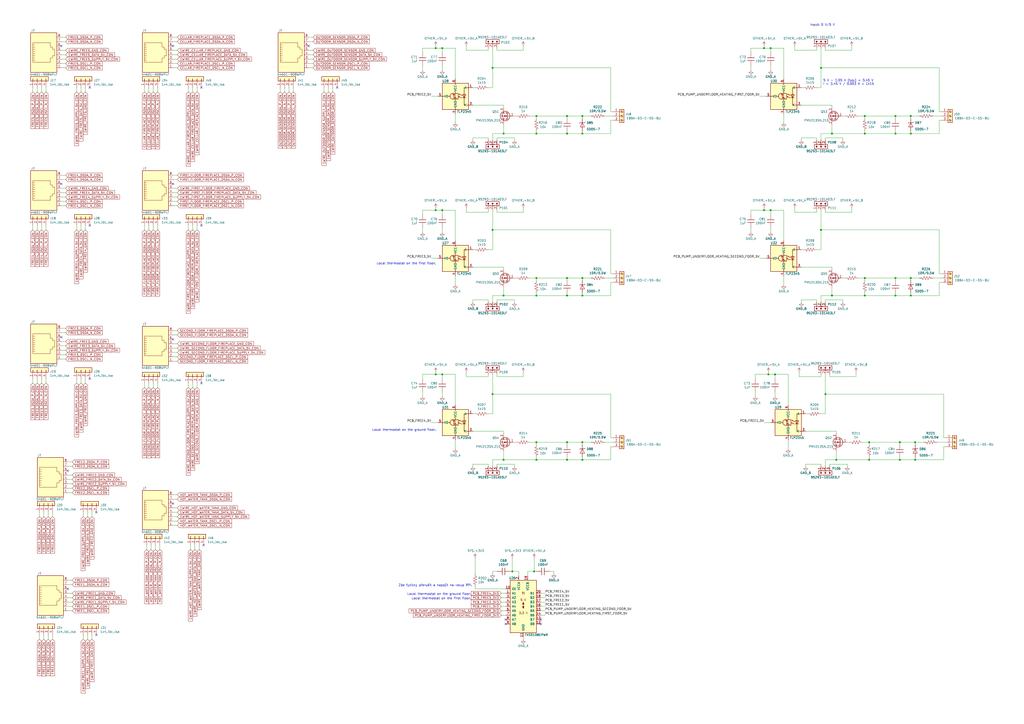
<source format=kicad_sch>
(kicad_sch (version 20230121) (generator eeschema)
  (paper "A2")
  (title_block (title "Connectors") (date "2023-05-26") (rev "v1.0.") (company "Roman Labovsky (roman-labovsky.cz)"))
  (junction (at 501.65 67.31))
  (junction (at 337.82 67.31))
  (junction (at 504.19 256.54))
  (junction (at 337.82 256.54))
  (junction (at 328.93 161.29))
  (junction (at 476.25 133.35))
  (junction (at 449.58 217.17))
  (junction (at 521.97 256.54))
  (junction (at 297.18 331.47))
  (junction (at 256.54 27.94))
  (junction (at 521.97 266.7))
  (junction (at 443.23 121.92))
  (junction (at 292.1 77.47))
  (junction (at 337.82 77.47))
  (junction (at 482.6 171.45))
  (junction (at 528.32 67.31))
  (junction (at 519.43 67.31))
  (junction (at 447.04 121.92))
  (junction (at 256.54 121.92))
  (junction (at 528.32 77.47))
  (junction (at 447.04 27.94))
  (junction (at 501.65 171.45))
  (junction (at 501.65 77.47))
  (junction (at 311.15 256.54))
  (junction (at 328.93 171.45))
  (junction (at 445.77 217.17))
  (junction (at 252.73 217.17))
  (junction (at 311.15 161.29))
  (junction (at 311.15 171.45))
  (junction (at 528.32 161.29))
  (junction (at 328.93 67.31))
  (junction (at 337.82 171.45))
  (junction (at 476.25 39.37))
  (junction (at 256.54 217.17))
  (junction (at 309.88 331.47))
  (junction (at 501.65 161.29))
  (junction (at 443.23 27.94))
  (junction (at 311.15 67.31))
  (junction (at 478.79 228.6))
  (junction (at 252.73 121.92))
  (junction (at 285.75 133.35))
  (junction (at 530.86 256.54))
  (junction (at 337.82 266.7))
  (junction (at 252.73 27.94))
  (junction (at 530.86 266.7))
  (junction (at 328.93 266.7))
  (junction (at 285.75 39.37))
  (junction (at 311.15 77.47))
  (junction (at 311.15 266.7))
  (junction (at 292.1 266.7))
  (junction (at 528.32 171.45))
  (junction (at 485.14 266.7))
  (junction (at 285.75 228.6))
  (junction (at 504.19 266.7))
  (junction (at 337.82 161.29))
  (junction (at 292.1 171.45))
  (junction (at 519.43 161.29))
  (junction (at 519.43 77.47))
  (junction (at 328.93 256.54))
  (junction (at 482.6 77.47))
  (junction (at 519.43 171.45))
  (junction (at 328.93 77.47))
  (no_connect (at 100.33 292.1))
  (no_connect (at 116.84 50.8))
  (no_connect (at 100.33 26.67))
  (no_connect (at 55.88 368.3))
  (no_connect (at 39.37 341.63))
  (no_connect (at 39.37 273.05))
  (no_connect (at 55.88 297.18))
  (no_connect (at 52.07 130.81))
  (no_connect (at 100.33 196.85))
  (no_connect (at 293.37 359.41))
  (no_connect (at 100.33 106.68))
  (no_connect (at 116.84 222.25))
  (no_connect (at 52.07 219.71))
  (no_connect (at 179.07 26.67))
  (no_connect (at 52.07 50.8))
  (no_connect (at 293.37 361.95))
  (no_connect (at 35.56 195.58))
  (no_connect (at 313.69 359.41))
  (no_connect (at 35.56 26.67))
  (no_connect (at 118.11 316.23))
  (no_connect (at 116.84 130.81))
  (no_connect (at 35.56 106.68))
  (no_connect (at 195.58 50.8))
  (no_connect (at 313.69 361.95))
  (wire (pts (xy 39.37 349.25) (xy 41.91 349.25)))
  (wire (pts (xy 39.37 344.17) (xy 41.91 344.17)))
  (wire (pts (xy 485.14 266.7) (xy 478.79 266.7)))
  (wire (pts (xy 488.95 161.29) (xy 490.22 161.29)))
  (wire (pts (xy 438.15 227.33) (xy 438.15 229.87)))
  (wire (pts (xy 30.48 368.3) (xy 30.48 370.84)))
  (wire (pts (xy 35.56 31.75) (xy 38.1 31.75)))
  (wire (pts (xy 501.65 77.47) (xy 501.65 76.2)))
  (wire (pts (xy 53.34 368.3) (xy 53.34 370.84)))
  (wire (pts (xy 303.53 215.9) (xy 303.53 218.44)))
  (wire (pts (xy 245.11 27.94) (xy 245.11 30.48)))
  (wire (pts (xy 303.53 29.21) (xy 288.29 29.21)))
  (wire (pts (xy 521.97 256.54) (xy 521.97 257.81)))
  (wire (pts (xy 22.86 297.18) (xy 22.86 299.72)))
  (wire (pts (xy 528.32 67.31) (xy 533.4 67.31)))
  (wire (pts (xy 245.11 121.92) (xy 245.11 124.46)))
  (wire (pts (xy 26.67 50.8) (xy 26.67 53.34)))
  (wire (pts (xy 337.82 77.47) (xy 328.93 77.47)))
  (wire (pts (xy 100.33 36.83) (xy 102.87 36.83)))
  (wire (pts (xy 337.82 76.2) (xy 337.82 77.47)))
  (wire (pts (xy 21.59 50.8) (xy 21.59 53.34)))
  (wire (pts (xy 254 149.86) (xy 250.19 149.86)))
  (wire (pts (xy 46.99 130.81) (xy 46.99 133.35)))
  (wire (pts (xy 283.21 80.01) (xy 283.21 81.28)))
  (wire (pts (xy 461.01 120.65) (xy 461.01 123.19)))
  (wire (pts (xy 449.58 227.33) (xy 449.58 229.87)))
  (wire (pts (xy 544.83 39.37) (xy 544.83 64.77)))
  (wire (pts (xy 519.43 161.29) (xy 519.43 162.56)))
  (wire (pts (xy 109.22 222.25) (xy 109.22 224.79)))
  (wire (pts (xy 543.56 256.54) (xy 548.64 256.54)))
  (wire (pts (xy 264.16 45.72) (xy 264.16 27.94)))
  (wire (pts (xy 435.61 121.92) (xy 435.61 124.46)))
  (wire (pts (xy 46.99 219.71) (xy 46.99 222.25)))
  (wire (pts (xy 245.11 217.17) (xy 245.11 219.71)))
  (wire (pts (xy 313.69 351.79) (xy 316.23 351.79)))
  (wire (pts (xy 100.33 191.77) (xy 102.87 191.77)))
  (wire (pts (xy 30.48 297.18) (xy 30.48 299.72)))
  (wire (pts (xy 91.44 222.25) (xy 91.44 224.79)))
  (wire (pts (xy 264.16 255.27) (xy 264.16 260.35)))
  (wire (pts (xy 464.82 80.01) (xy 473.71 80.01)))
  (wire (pts (xy 256.54 121.92) (xy 264.16 121.92)))
  (wire (pts (xy 256.54 27.94) (xy 264.16 27.94)))
  (wire (pts (xy 447.04 38.1) (xy 447.04 40.64)))
  (wire (pts (xy 443.23 27.94) (xy 435.61 27.94)))
  (wire (pts (xy 303.53 123.19) (xy 288.29 123.19)))
  (wire (pts (xy 547.37 259.08) (xy 547.37 266.7)))
  (wire (pts (xy 35.56 39.37) (xy 38.1 39.37)))
  (wire (pts (xy 311.15 171.45) (xy 292.1 171.45)))
  (wire (pts (xy 328.93 266.7) (xy 311.15 266.7)))
  (wire (pts (xy 528.32 161.29) (xy 533.4 161.29)))
  (wire (pts (xy 35.56 29.21) (xy 38.1 29.21)))
  (wire (pts (xy 100.33 294.64) (xy 102.87 294.64)))
  (wire (pts (xy 39.37 270.51) (xy 41.91 270.51)))
  (wire (pts (xy 309.88 323.85) (xy 309.88 331.47)))
  (wire (pts (xy 496.57 215.9) (xy 496.57 218.44)))
  (wire (pts (xy 35.56 101.6) (xy 38.1 101.6)))
  (wire (pts (xy 179.07 29.21) (xy 181.61 29.21)))
  (wire (pts (xy 501.65 161.29) (xy 519.43 161.29)))
  (wire (pts (xy 293.37 344.17) (xy 290.83 344.17)))
  (wire (pts (xy 476.25 81.28) (xy 476.25 77.47)))
  (wire (pts (xy 292.1 77.47) (xy 285.75 77.47)))
  (wire (pts (xy 547.37 266.7) (xy 530.86 266.7)))
  (wire (pts (xy 463.55 218.44) (xy 476.25 218.44)))
  (wire (pts (xy 90.17 316.23) (xy 90.17 318.77)))
  (wire (pts (xy 497.84 67.31) (xy 501.65 67.31)))
  (wire (pts (xy 313.69 346.71) (xy 316.23 346.71)))
  (wire (pts (xy 519.43 77.47) (xy 519.43 76.2)))
  (wire (pts (xy 283.21 50.8) (xy 285.75 50.8)))
  (wire (pts (xy 482.6 72.39) (xy 482.6 77.47)))
  (wire (pts (xy 292.1 266.7) (xy 285.75 266.7)))
  (wire (pts (xy 476.25 133.35) (xy 544.83 133.35)))
  (wire (pts (xy 445.77 217.17) (xy 438.15 217.17)))
  (wire (pts (xy 39.37 346.71) (xy 41.91 346.71)))
  (wire (pts (xy 447.04 121.92) (xy 443.23 121.92)))
  (wire (pts (xy 313.69 354.33) (xy 316.23 354.33)))
  (wire (pts (xy 270.51 215.9) (xy 270.51 218.44)))
  (wire (pts (xy 39.37 336.55) (xy 41.91 336.55)))
  (wire (pts (xy 256.54 27.94) (xy 252.73 27.94)))
  (wire (pts (xy 245.11 38.1) (xy 245.11 40.64)))
  (wire (pts (xy 491.49 256.54) (xy 492.76 256.54)))
  (wire (pts (xy 264.16 160.02) (xy 264.16 165.1)))
  (wire (pts (xy 544.83 158.75) (xy 546.1 158.75)))
  (wire (pts (xy 528.32 76.2) (xy 528.32 77.47)))
  (wire (pts (xy 283.21 218.44) (xy 283.21 217.17)))
  (wire (pts (xy 274.32 81.28) (xy 274.32 80.01)))
  (wire (pts (xy 111.76 130.81) (xy 111.76 133.35)))
  (wire (pts (xy 488.95 173.99) (xy 488.95 175.26)))
  (wire (pts (xy 447.04 27.94) (xy 447.04 30.48)))
  (wire (pts (xy 292.1 166.37) (xy 292.1 171.45)))
  (wire (pts (xy 88.9 130.81) (xy 88.9 133.35)))
  (wire (pts (xy 100.33 302.26) (xy 102.87 302.26)))
  (wire (pts (xy 35.56 119.38) (xy 38.1 119.38)))
  (wire (pts (xy 288.29 331.47) (xy 285.75 331.47)))
  (wire (pts (xy 478.79 228.6) (xy 478.79 217.17)))
  (wire (pts (xy 179.07 21.59) (xy 181.61 21.59)))
  (wire (pts (xy 501.65 171.45) (xy 482.6 171.45)))
  (wire (pts (xy 548.64 259.08) (xy 547.37 259.08)))
  (wire (pts (xy 283.21 144.78) (xy 285.75 144.78)))
  (wire (pts (xy 285.75 175.26) (xy 285.75 171.45)))
  (wire (pts (xy 179.07 39.37) (xy 181.61 39.37)))
  (wire (pts (xy 497.84 161.29) (xy 501.65 161.29)))
  (wire (pts (xy 482.6 60.96) (xy 482.6 62.23)))
  (wire (pts (xy 297.18 323.85) (xy 297.18 331.47)))
  (wire (pts (xy 274.32 250.19) (xy 292.1 250.19)))
  (wire (pts (xy 328.93 67.31) (xy 337.82 67.31)))
  (wire (pts (xy 435.61 132.08) (xy 435.61 134.62)))
  (wire (pts (xy 83.82 50.8) (xy 83.82 53.34)))
  (wire (pts (xy 256.54 217.17) (xy 256.54 219.71)))
  (wire (pts (xy 285.75 81.28) (xy 285.75 77.47)))
  (wire (pts (xy 337.82 161.29) (xy 342.9 161.29)))
  (wire (pts (xy 501.65 67.31) (xy 519.43 67.31)))
  (wire (pts (xy 35.56 34.29) (xy 38.1 34.29)))
  (wire (pts (xy 256.54 217.17) (xy 264.16 217.17)))
  (wire (pts (xy 44.45 219.71) (xy 44.45 222.25)))
  (wire (pts (xy 447.04 121.92) (xy 454.66 121.92)))
  (wire (pts (xy 318.77 331.47) (xy 321.31 331.47)))
  (wire (pts (xy 35.56 198.12) (xy 38.1 198.12)))
  (wire (pts (xy 309.88 331.47) (xy 311.15 331.47)))
  (wire (pts (xy 476.25 133.35) (xy 476.25 121.92)))
  (wire (pts (xy 100.33 114.3) (xy 102.87 114.3)))
  (wire (pts (xy 27.94 368.3) (xy 27.94 370.84)))
  (wire (pts (xy 285.75 270.51) (xy 285.75 266.7)))
  (wire (pts (xy 478.79 175.26) (xy 478.79 173.99)))
  (wire (pts (xy 530.86 256.54) (xy 535.94 256.54)))
  (wire (pts (xy 46.99 50.8) (xy 46.99 53.34)))
  (wire (pts (xy 44.45 130.81) (xy 44.45 133.35)))
  (wire (pts (xy 292.1 154.94) (xy 292.1 156.21)))
  (wire (pts (xy 24.13 50.8) (xy 24.13 53.34)))
  (wire (pts (xy 447.04 132.08) (xy 447.04 134.62)))
  (wire (pts (xy 35.56 36.83) (xy 38.1 36.83)))
  (wire (pts (xy 481.33 218.44) (xy 481.33 217.17)))
  (wire (pts (xy 445.77 215.9) (xy 445.77 217.17)))
  (wire (pts (xy 435.61 38.1) (xy 435.61 40.64)))
  (wire (pts (xy 44.45 50.8) (xy 44.45 53.34)))
  (wire (pts (xy 488.95 80.01) (xy 488.95 81.28)))
  (wire (pts (xy 355.6 163.83) (xy 354.33 163.83)))
  (wire (pts (xy 464.82 173.99) (xy 473.71 173.99)))
  (wire (pts (xy 22.86 368.3) (xy 22.86 370.84)))
  (wire (pts (xy 245.11 132.08) (xy 245.11 134.62)))
  (wire (pts (xy 476.25 144.78) (xy 476.25 133.35)))
  (wire (pts (xy 285.75 133.35) (xy 285.75 121.92)))
  (wire (pts (xy 86.36 130.81) (xy 86.36 133.35)))
  (wire (pts (xy 35.56 205.74) (xy 38.1 205.74)))
  (wire (pts (xy 113.03 316.23) (xy 113.03 318.77)))
  (wire (pts (xy 328.93 161.29) (xy 328.93 162.56)))
  (wire (pts (xy 87.63 316.23) (xy 87.63 318.77)))
  (wire (pts (xy 283.21 269.24) (xy 283.21 270.51)))
  (wire (pts (xy 447.04 121.92) (xy 447.04 124.46)))
  (wire (pts (xy 35.56 21.59) (xy 38.1 21.59)))
  (wire (pts (xy 283.21 29.21) (xy 283.21 27.94)))
  (wire (pts (xy 39.37 285.75) (xy 41.91 285.75)))
  (wire (pts (xy 100.33 304.8) (xy 102.87 304.8)))
  (wire (pts (xy 26.67 219.71) (xy 26.67 222.25)))
  (wire (pts (xy 292.1 72.39) (xy 292.1 77.47)))
  (wire (pts (xy 546.1 69.85) (xy 544.83 69.85)))
  (wire (pts (xy 50.8 368.3) (xy 50.8 370.84)))
  (wire (pts (xy 454.66 139.7) (xy 454.66 121.92)))
  (wire (pts (xy 111.76 222.25) (xy 111.76 224.79)))
  (wire (pts (xy 285.75 133.35) (xy 354.33 133.35)))
  (wire (pts (xy 100.33 209.55) (xy 102.87 209.55)))
  (wire (pts (xy 476.25 175.26) (xy 476.25 171.45)))
  (wire (pts (xy 274.32 269.24) (xy 283.21 269.24)))
  (wire (pts (xy 293.37 346.71) (xy 290.83 346.71)))
  (wire (pts (xy 544.83 69.85) (xy 544.83 77.47)))
  (wire (pts (xy 328.93 266.7) (xy 328.93 265.43)))
  (wire (pts (xy 39.37 275.59) (xy 41.91 275.59)))
  (wire (pts (xy 275.59 341.63) (xy 293.37 341.63)))
  (wire (pts (xy 35.56 200.66) (xy 38.1 200.66)))
  (wire (pts (xy 306.07 334.01) (xy 306.07 331.47)))
  (wire (pts (xy 270.51 123.19) (xy 283.21 123.19)))
  (wire (pts (xy 547.37 254) (xy 548.64 254)))
  (wire (pts (xy 35.56 208.28) (xy 38.1 208.28)))
  (wire (pts (xy 311.15 266.7) (xy 292.1 266.7)))
  (wire (pts (xy 39.37 278.13) (xy 41.91 278.13)))
  (wire (pts (xy 274.32 175.26) (xy 274.32 173.99)))
  (wire (pts (xy 519.43 171.45) (xy 501.65 171.45)))
  (wire (pts (xy 519.43 161.29) (xy 528.32 161.29)))
  (wire (pts (xy 193.04 50.8) (xy 193.04 53.34)))
  (wire (pts (xy 293.37 356.87) (xy 290.83 356.87)))
  (wire (pts (xy 288.29 175.26) (xy 288.29 173.99)))
  (wire (pts (xy 86.36 222.25) (xy 86.36 224.79)))
  (wire (pts (xy 544.83 133.35) (xy 544.83 158.75)))
  (wire (pts (xy 100.33 39.37) (xy 102.87 39.37)))
  (wire (pts (xy 303.53 370.84) (xy 303.53 369.57)))
  (wire (pts (xy 39.37 283.21) (xy 41.91 283.21)))
  (wire (pts (xy 464.82 81.28) (xy 464.82 80.01)))
  (wire (pts (xy 488.95 67.31) (xy 490.22 67.31)))
  (wire (pts (xy 311.15 68.58) (xy 311.15 67.31)))
  (wire (pts (xy 109.22 130.81) (xy 109.22 133.35)))
  (wire (pts (xy 328.93 67.31) (xy 328.93 68.58)))
  (wire (pts (xy 91.44 50.8) (xy 91.44 53.34)))
  (wire (pts (xy 473.71 173.99) (xy 473.71 175.26)))
  (wire (pts (xy 179.07 34.29) (xy 181.61 34.29)))
  (wire (pts (xy 467.36 269.24) (xy 476.25 269.24)))
  (wire (pts (xy 49.53 219.71) (xy 49.53 222.25)))
  (wire (pts (xy 25.4 297.18) (xy 25.4 299.72)))
  (wire (pts (xy 39.37 267.97) (xy 41.91 267.97)))
  (wire (pts (xy 110.49 316.23) (xy 110.49 318.77)))
  (wire (pts (xy 252.73 120.65) (xy 252.73 121.92)))
  (wire (pts (xy 311.15 266.7) (xy 311.15 265.43)))
  (wire (pts (xy 435.61 27.94) (xy 435.61 30.48)))
  (wire (pts (xy 519.43 67.31) (xy 528.32 67.31)))
  (wire (pts (xy 546.1 163.83) (xy 544.83 163.83)))
  (wire (pts (xy 179.07 31.75) (xy 181.61 31.75)))
  (wire (pts (xy 86.36 50.8) (xy 86.36 53.34)))
  (wire (pts (xy 252.73 26.67) (xy 252.73 27.94)))
  (wire (pts (xy 92.71 316.23) (xy 92.71 318.77)))
  (wire (pts (xy 519.43 67.31) (xy 519.43 68.58)))
  (wire (pts (xy 283.21 240.03) (xy 285.75 240.03)))
  (wire (pts (xy 311.15 67.31) (xy 328.93 67.31)))
  (wire (pts (xy 476.25 269.24) (xy 476.25 270.51)))
  (wire (pts (xy 501.65 68.58) (xy 501.65 67.31)))
  (wire (pts (xy 288.29 173.99) (xy 298.45 173.99)))
  (wire (pts (xy 443.23 120.65) (xy 443.23 121.92)))
  (wire (pts (xy 50.8 297.18) (xy 50.8 299.72)))
  (wire (pts (xy 494.03 120.65) (xy 494.03 123.19)))
  (wire (pts (xy 337.82 67.31) (xy 342.9 67.31)))
  (wire (pts (xy 303.53 26.67) (xy 303.53 29.21)))
  (wire (pts (xy 245.11 227.33) (xy 245.11 229.87)))
  (wire (pts (xy 285.75 50.8) (xy 285.75 39.37)))
  (wire (pts (xy 464.82 144.78) (xy 466.09 144.78)))
  (wire (pts (xy 100.33 199.39) (xy 102.87 199.39)))
  (wire (pts (xy 473.71 144.78) (xy 476.25 144.78)))
  (wire (pts (xy 482.6 171.45) (xy 476.25 171.45)))
  (wire (pts (xy 476.25 218.44) (xy 476.25 217.17)))
  (wire (pts (xy 270.51 218.44) (xy 283.21 218.44)))
  (wire (pts (xy 35.56 114.3) (xy 38.1 114.3)))
  (wire (pts (xy 114.3 222.25) (xy 114.3 224.79)))
  (wire (pts (xy 313.69 356.87) (xy 316.23 356.87)))
  (wire (pts (xy 541.02 161.29) (xy 546.1 161.29)))
  (wire (pts (xy 481.33 269.24) (xy 491.49 269.24)))
  (wire (pts (xy 162.56 50.8) (xy 162.56 53.34)))
  (wire (pts (xy 504.19 257.81) (xy 504.19 256.54)))
  (wire (pts (xy 111.76 50.8) (xy 111.76 53.34)))
  (wire (pts (xy 264.16 66.04) (xy 264.16 71.12)))
  (wire (pts (xy 467.36 240.03) (xy 468.63 240.03)))
  (wire (pts (xy 476.25 39.37) (xy 476.25 27.94)))
  (wire (pts (xy 275.59 340.36) (xy 275.59 341.63)))
  (wire (pts (xy 288.29 123.19) (xy 288.29 121.92)))
  (wire (pts (xy 328.93 256.54) (xy 337.82 256.54)))
  (wire (pts (xy 478.79 123.19) (xy 478.79 121.92)))
  (wire (pts (xy 100.33 289.56) (xy 102.87 289.56)))
  (wire (pts (xy 165.1 50.8) (xy 165.1 53.34)))
  (wire (pts (xy 337.82 256.54) (xy 342.9 256.54)))
  (wire (pts (xy 491.49 269.24) (xy 491.49 270.51)))
  (wire (pts (xy 354.33 259.08) (xy 354.33 266.7)))
  (wire (pts (xy 285.75 144.78) (xy 285.75 133.35)))
  (wire (pts (xy 274.32 80.01) (xy 283.21 80.01)))
  (wire (pts (xy 544.83 171.45) (xy 528.32 171.45)))
  (wire (pts (xy 461.01 123.19) (xy 473.71 123.19)))
  (wire (pts (xy 354.33 64.77) (xy 355.6 64.77)))
  (wire (pts (xy 478.79 81.28) (xy 478.79 80.01)))
  (wire (pts (xy 485.14 250.19) (xy 485.14 251.46)))
  (wire (pts (xy 100.33 119.38) (xy 102.87 119.38)))
  (wire (pts (xy 476.25 39.37) (xy 544.83 39.37)))
  (wire (pts (xy 500.38 256.54) (xy 504.19 256.54)))
  (wire (pts (xy 464.82 50.8) (xy 466.09 50.8)))
  (wire (pts (xy 288.29 29.21) (xy 288.29 27.94)))
  (wire (pts (xy 482.6 154.94) (xy 482.6 156.21)))
  (wire (pts (xy 24.13 130.81) (xy 24.13 133.35)))
  (wire (pts (xy 256.54 38.1) (xy 256.54 40.64)))
  (wire (pts (xy 256.54 227.33) (xy 256.54 229.87)))
  (wire (pts (xy 100.33 287.02) (xy 102.87 287.02)))
  (wire (pts (xy 473.71 50.8) (xy 476.25 50.8)))
  (wire (pts (xy 454.66 45.72) (xy 454.66 27.94)))
  (wire (pts (xy 167.64 50.8) (xy 167.64 53.34)))
  (wire (pts (xy 274.32 270.51) (xy 274.32 269.24)))
  (wire (pts (xy 114.3 130.81) (xy 114.3 133.35)))
  (wire (pts (xy 100.33 194.31) (xy 102.87 194.31)))
  (wire (pts (xy 350.52 161.29) (xy 355.6 161.29)))
  (wire (pts (xy 88.9 50.8) (xy 88.9 53.34)))
  (wire (pts (xy 313.69 344.17) (xy 316.23 344.17)))
  (wire (pts (xy 482.6 77.47) (xy 476.25 77.47)))
  (wire (pts (xy 100.33 24.13) (xy 102.87 24.13)))
  (wire (pts (xy 48.26 297.18) (xy 48.26 299.72)))
  (wire (pts (xy 285.75 39.37) (xy 285.75 27.94)))
  (wire (pts (xy 100.33 29.21) (xy 102.87 29.21)))
  (wire (pts (xy 293.37 349.25) (xy 290.83 349.25)))
  (wire (pts (xy 478.79 173.99) (xy 488.95 173.99)))
  (wire (pts (xy 100.33 109.22) (xy 102.87 109.22)))
  (wire (pts (xy 530.86 266.7) (xy 521.97 266.7)))
  (wire (pts (xy 254 245.11) (xy 250.19 245.11)))
  (wire (pts (xy 21.59 219.71) (xy 21.59 222.25)))
  (wire (pts (xy 35.56 24.13) (xy 38.1 24.13)))
  (wire (pts (xy 170.18 50.8) (xy 170.18 53.34)))
  (wire (pts (xy 354.33 69.85) (xy 354.33 77.47)))
  (wire (pts (xy 274.32 60.96) (xy 292.1 60.96)))
  (wire (pts (xy 478.79 29.21) (xy 478.79 27.94)))
  (wire (pts (xy 293.37 354.33) (xy 290.83 354.33)))
  (wire (pts (xy 295.91 331.47) (xy 297.18 331.47)))
  (wire (pts (xy 100.33 207.01) (xy 102.87 207.01)))
  (wire (pts (xy 328.93 256.54) (xy 328.93 257.81)))
  (wire (pts (xy 473.71 123.19) (xy 473.71 121.92)))
  (wire (pts (xy 528.32 68.58) (xy 528.32 67.31)))
  (wire (pts (xy 35.56 190.5) (xy 38.1 190.5)))
  (wire (pts (xy 35.56 116.84) (xy 38.1 116.84)))
  (wire (pts (xy 494.03 26.67) (xy 494.03 29.21)))
  (wire (pts (xy 285.75 39.37) (xy 354.33 39.37)))
  (wire (pts (xy 478.79 80.01) (xy 488.95 80.01)))
  (wire (pts (xy 337.82 162.56) (xy 337.82 161.29)))
  (wire (pts (xy 354.33 133.35) (xy 354.33 158.75)))
  (wire (pts (xy 438.15 217.17) (xy 438.15 219.71)))
  (wire (pts (xy 85.09 316.23) (xy 85.09 318.77)))
  (wire (pts (xy 337.82 265.43) (xy 337.82 266.7)))
  (wire (pts (xy 288.29 269.24) (xy 298.45 269.24)))
  (wire (pts (xy 252.73 217.17) (xy 245.11 217.17)))
  (wire (pts (xy 328.93 77.47) (xy 311.15 77.47)))
  (wire (pts (xy 311.15 77.47) (xy 292.1 77.47)))
  (wire (pts (xy 24.13 219.71) (xy 24.13 222.25)))
  (wire (pts (xy 494.03 29.21) (xy 478.79 29.21)))
  (wire (pts (xy 544.83 163.83) (xy 544.83 171.45)))
  (wire (pts (xy 298.45 269.24) (xy 298.45 270.51)))
  (wire (pts (xy 49.53 130.81) (xy 49.53 133.35)))
  (wire (pts (xy 275.59 332.74) (xy 275.59 323.85)))
  (wire (pts (xy 49.53 50.8) (xy 49.53 53.34)))
  (wire (pts (xy 461.01 29.21) (xy 473.71 29.21)))
  (wire (pts (xy 478.79 228.6) (xy 547.37 228.6)))
  (wire (pts (xy 274.32 173.99) (xy 283.21 173.99)))
  (wire (pts (xy 473.71 29.21) (xy 473.71 27.94)))
  (wire (pts (xy 449.58 217.17) (xy 449.58 219.71)))
  (wire (pts (xy 25.4 368.3) (xy 25.4 370.84)))
  (wire (pts (xy 83.82 130.81) (xy 83.82 133.35)))
  (wire (pts (xy 274.32 154.94) (xy 292.1 154.94)))
  (wire (pts (xy 328.93 77.47) (xy 328.93 76.2)))
  (wire (pts (xy 100.33 31.75) (xy 102.87 31.75)))
  (wire (pts (xy 311.15 257.81) (xy 311.15 256.54)))
  (wire (pts (xy 354.33 254) (xy 355.6 254)))
  (wire (pts (xy 39.37 351.79) (xy 41.91 351.79)))
  (wire (pts (xy 461.01 26.67) (xy 461.01 29.21)))
  (wire (pts (xy 256.54 27.94) (xy 256.54 30.48)))
  (wire (pts (xy 478.79 270.51) (xy 478.79 266.7)))
  (wire (pts (xy 337.82 171.45) (xy 328.93 171.45)))
  (wire (pts (xy 35.56 104.14) (xy 38.1 104.14)))
  (wire (pts (xy 256.54 132.08) (xy 256.54 134.62)))
  (wire (pts (xy 485.14 261.62) (xy 485.14 266.7)))
  (wire (pts (xy 256.54 217.17) (xy 252.73 217.17)))
  (wire (pts (xy 541.02 67.31) (xy 546.1 67.31)))
  (wire (pts (xy 454.66 160.02) (xy 454.66 165.1)))
  (wire (pts (xy 100.33 111.76) (xy 102.87 111.76)))
  (wire (pts (xy 521.97 266.7) (xy 521.97 265.43)))
  (wire (pts (xy 519.43 171.45) (xy 519.43 170.18)))
  (wire (pts (xy 354.33 228.6) (xy 354.33 254)))
  (wire (pts (xy 311.15 162.56) (xy 311.15 161.29)))
  (wire (pts (xy 252.73 27.94) (xy 245.11 27.94)))
  (wire (pts (xy 187.96 50.8) (xy 187.96 53.34)))
  (wire (pts (xy 481.33 270.51) (xy 481.33 269.24)))
  (wire (pts (xy 48.26 368.3) (xy 48.26 370.84)))
  (wire (pts (xy 298.45 256.54) (xy 299.72 256.54)))
  (wire (pts (xy 504.19 256.54) (xy 521.97 256.54)))
  (wire (pts (xy 311.15 161.29) (xy 328.93 161.29)))
  (wire (pts (xy 530.86 257.81) (xy 530.86 256.54)))
  (wire (pts (xy 449.58 217.17) (xy 457.2 217.17)))
  (wire (pts (xy 307.34 161.29) (xy 311.15 161.29)))
  (wire (pts (xy 264.16 139.7) (xy 264.16 121.92)))
  (wire (pts (xy 313.69 349.25) (xy 316.23 349.25)))
  (wire (pts (xy 350.52 67.31) (xy 355.6 67.31)))
  (wire (pts (xy 283.21 175.26) (xy 283.21 173.99)))
  (wire (pts (xy 298.45 67.31) (xy 299.72 67.31)))
  (wire (pts (xy 447.04 245.11) (xy 443.23 245.11)))
  (wire (pts (xy 501.65 171.45) (xy 501.65 170.18)))
  (wire (pts (xy 354.33 266.7) (xy 337.82 266.7)))
  (wire (pts (xy 443.23 26.67) (xy 443.23 27.94)))
  (wire (pts (xy 544.83 64.77) (xy 546.1 64.77)))
  (wire (pts (xy 100.33 101.6) (xy 102.87 101.6)))
  (wire (pts (xy 476.25 50.8) (xy 476.25 39.37)))
  (wire (pts (xy 504.19 266.7) (xy 504.19 265.43)))
  (wire (pts (xy 528.32 171.45) (xy 519.43 171.45)))
  (wire (pts (xy 270.51 29.21) (xy 283.21 29.21)))
  (wire (pts (xy 547.37 228.6) (xy 547.37 254)))
  (wire (pts (xy 35.56 193.04) (xy 38.1 193.04)))
  (wire (pts (xy 109.22 50.8) (xy 109.22 53.34)))
  (wire (pts (xy 521.97 266.7) (xy 504.19 266.7)))
  (wire (pts (xy 252.73 215.9) (xy 252.73 217.17)))
  (wire (pts (xy 39.37 354.33) (xy 41.91 354.33)))
  (wire (pts (xy 464.82 175.26) (xy 464.82 173.99)))
  (wire (pts (xy 297.18 331.47) (xy 300.99 331.47)))
  (wire (pts (xy 53.34 297.18) (xy 53.34 299.72)))
  (wire (pts (xy 288.29 80.01) (xy 298.45 80.01)))
  (wire (pts (xy 519.43 77.47) (xy 501.65 77.47)))
  (wire (pts (xy 270.51 120.65) (xy 270.51 123.19)))
  (wire (pts (xy 530.86 265.43) (xy 530.86 266.7)))
  (wire (pts (xy 355.6 259.08) (xy 354.33 259.08)))
  (wire (pts (xy 306.07 331.47) (xy 309.88 331.47)))
  (wire (pts (xy 321.31 331.47) (xy 321.31 332.74)))
  (wire (pts (xy 274.32 240.03) (xy 275.59 240.03)))
  (wire (pts (xy 292.1 60.96) (xy 292.1 62.23)))
  (wire (pts (xy 19.05 130.81) (xy 19.05 133.35)))
  (wire (pts (xy 337.82 257.81) (xy 337.82 256.54)))
  (wire (pts (xy 444.5 149.86) (xy 440.69 149.86)))
  (wire (pts (xy 252.73 121.92) (xy 245.11 121.92)))
  (wire (pts (xy 179.07 24.13) (xy 181.61 24.13)))
  (wire (pts (xy 494.03 123.19) (xy 478.79 123.19)))
  (wire (pts (xy 307.34 256.54) (xy 311.15 256.54)))
  (wire (pts (xy 274.32 144.78) (xy 275.59 144.78)))
  (wire (pts (xy 274.32 50.8) (xy 275.59 50.8)))
  (wire (pts (xy 21.59 130.81) (xy 21.59 133.35)))
  (wire (pts (xy 328.93 161.29) (xy 337.82 161.29)))
  (wire (pts (xy 354.33 163.83) (xy 354.33 171.45)))
  (wire (pts (xy 337.82 68.58) (xy 337.82 67.31)))
  (wire (pts (xy 114.3 50.8) (xy 114.3 53.34)))
  (wire (pts (xy 447.04 27.94) (xy 443.23 27.94)))
  (wire (pts (xy 337.82 266.7) (xy 328.93 266.7)))
  (wire (pts (xy 463.55 215.9) (xy 463.55 218.44)))
  (wire (pts (xy 307.34 67.31) (xy 311.15 67.31)))
  (wire (pts (xy 285.75 228.6) (xy 354.33 228.6)))
  (wire (pts (xy 100.33 204.47) (xy 102.87 204.47)))
  (wire (pts (xy 283.21 123.19) (xy 283.21 121.92)))
  (wire (pts (xy 478.79 240.03) (xy 478.79 228.6)))
  (wire (pts (xy 83.82 222.25) (xy 83.82 224.79)))
  (wire (pts (xy 254 55.88) (xy 250.19 55.88)))
  (wire (pts (xy 293.37 351.79) (xy 290.83 351.79)))
  (wire (pts (xy 467.36 250.19) (xy 485.14 250.19)))
  (wire (pts (xy 115.57 316.23) (xy 115.57 318.77)))
  (wire (pts (xy 288.29 81.28) (xy 288.29 80.01)))
  (wire (pts (xy 350.52 256.54) (xy 355.6 256.54)))
  (wire (pts (xy 457.2 255.27) (xy 457.2 260.35)))
  (wire (pts (xy 35.56 109.22) (xy 38.1 109.22)))
  (wire (pts (xy 270.51 26.67) (xy 270.51 29.21)))
  (wire (pts (xy 504.19 266.7) (xy 485.14 266.7)))
  (wire (pts (xy 528.32 170.18) (xy 528.32 171.45)))
  (wire (pts (xy 288.29 270.51) (xy 288.29 269.24)))
  (wire (pts (xy 337.82 170.18) (xy 337.82 171.45)))
  (wire (pts (xy 285.75 240.03) (xy 285.75 228.6)))
  (wire (pts (xy 100.33 104.14) (xy 102.87 104.14)))
  (wire (pts (xy 19.05 219.71) (xy 19.05 222.25)))
  (wire (pts (xy 100.33 299.72) (xy 102.87 299.72)))
  (wire (pts (xy 354.33 39.37) (xy 354.33 64.77)))
  (wire (pts (xy 311.15 77.47) (xy 311.15 76.2)))
  (wire (pts (xy 354.33 158.75) (xy 355.6 158.75)))
  (wire (pts (xy 190.5 50.8) (xy 190.5 53.34)))
  (wire (pts (xy 464.82 154.94) (xy 482.6 154.94)))
  (wire (pts (xy 91.44 130.81) (xy 91.44 133.35)))
  (wire (pts (xy 35.56 203.2) (xy 38.1 203.2)))
  (wire (pts (xy 256.54 121.92) (xy 256.54 124.46)))
  (wire (pts (xy 454.66 66.04) (xy 454.66 71.12)))
  (wire (pts (xy 300.99 331.47) (xy 300.99 334.01)))
  (wire (pts (xy 303.53 218.44) (xy 288.29 218.44)))
  (wire (pts (xy 179.07 36.83) (xy 181.61 36.83)))
  (wire (pts (xy 328.93 171.45) (xy 311.15 171.45)))
  (wire (pts (xy 88.9 222.25) (xy 88.9 224.79)))
  (wire (pts (xy 467.36 270.51) (xy 467.36 269.24)))
  (wire (pts (xy 35.56 111.76) (xy 38.1 111.76)))
  (wire (pts (xy 100.33 34.29) (xy 102.87 34.29)))
  (wire (pts (xy 528.32 162.56) (xy 528.32 161.29)))
  (wire (pts (xy 476.25 240.03) (xy 478.79 240.03)))
  (wire (pts (xy 285.75 228.6) (xy 285.75 217.17)))
  (wire (pts (xy 19.05 50.8) (xy 19.05 53.34)))
  (wire (pts (xy 298.45 173.99) (xy 298.45 175.26)))
  (wire (pts (xy 39.37 339.09) (xy 41.91 339.09)))
  (wire (pts (xy 39.37 280.67) (xy 41.91 280.67)))
  (wire (pts (xy 256.54 121.92) (xy 252.73 121.92)))
  (wire (pts (xy 288.29 218.44) (xy 288.29 217.17)))
  (wire (pts (xy 457.2 234.95) (xy 457.2 217.17)))
  (wire (pts (xy 311.15 171.45) (xy 311.15 170.18)))
  (wire (pts (xy 292.1 250.19) (xy 292.1 251.46)))
  (wire (pts (xy 354.33 171.45) (xy 337.82 171.45)))
  (wire (pts (xy 311.15 256.54) (xy 328.93 256.54)))
  (wire (pts (xy 449.58 217.17) (xy 445.77 217.17)))
  (wire (pts (xy 496.57 218.44) (xy 481.33 218.44)))
  (wire (pts (xy 443.23 121.92) (xy 435.61 121.92)))
  (wire (pts (xy 501.65 77.47) (xy 482.6 77.47)))
  (wire (pts (xy 298.45 80.01) (xy 298.45 81.28)))
  (wire (pts (xy 521.97 256.54) (xy 530.86 256.54)))
  (wire (pts (xy 473.71 80.01) (xy 473.71 81.28)))
  (wire (pts (xy 100.33 21.59) (xy 102.87 21.59)))
  (wire (pts (xy 354.33 77.47) (xy 337.82 77.47)))
  (wire (pts (xy 292.1 171.45) (xy 285.75 171.45)))
  (wire (pts (xy 100.33 297.18) (xy 102.87 297.18)))
  (wire (pts (xy 464.82 60.96) (xy 482.6 60.96)))
  (wire (pts (xy 444.5 55.88) (xy 440.69 55.88)))
  (wire (pts (xy 298.45 161.29) (xy 299.72 161.29)))
  (wire (pts (xy 292.1 261.62) (xy 292.1 266.7)))
  (wire (pts (xy 482.6 166.37) (xy 482.6 171.45)))
  (wire (pts (xy 303.53 120.65) (xy 303.53 123.19)))
  (wire (pts (xy 501.65 162.56) (xy 501.65 161.29)))
  (wire (pts (xy 264.16 234.95) (xy 264.16 217.17)))
  (wire (pts (xy 528.32 77.47) (xy 519.43 77.47)))
  (wire (pts (xy 544.83 77.47) (xy 528.32 77.47)))
  (wire (pts (xy 447.04 27.94) (xy 454.66 27.94)))
  (wire (pts (xy 355.6 69.85) (xy 354.33 69.85)))
  (wire (pts (xy 285.75 331.47) (xy 285.75 332.74)))
  (wire (pts (xy 328.93 171.45) (xy 328.93 170.18)))
  (wire (pts (xy 100.33 201.93) (xy 102.87 201.93)))
  (wire (pts (xy 100.33 116.84) (xy 102.87 116.84)))
  (wire (pts (xy 27.94 297.18) (xy 27.94 299.72)))
  (wire (pts (xy 26.67 130.81) (xy 26.67 133.35)))
  (text "Input: 0 V/5 V" (at 469.9 15.24 0) (effects (font (size 1.27 1.27)) (justify left bottom)))
  (text "Local thermostat on the ground floor." (at 215.9 250.19 0) (effects (font (size 1.27 1.27)) (justify left bottom)))
  (text "Local thermostat on the ground floor." (at 236.22 345.44 0) (effects (font (size 1.27 1.27)) (justify left bottom)))
  (text "Local thermostat on the first floor." (at 238.76 347.98 0) (effects (font (size 1.27 1.27)) (justify left bottom)))
  (text "Zde fyzicky přerušit a napojit na vstup RPI." (at 231.14 340.36 0) (effects (font (size 1.27 1.27)) (justify left bottom)))
  (text "Local thermostat on the first floor." (at 218.44 153.67 0) (effects (font (size 1.27 1.27)) (justify left bottom)))
  (text "5 V - 1.55 V (typ.) = 3.45 V\nI = 3,45 V / 0.003 A = 1k15" (at 477.52 49.53 0) (effects (font (size 1.27 1.27)) (justify left bottom)))
  (label "PCB_FREE3_5V" (at 250.19 149.86 180))
  (label "PCB_FREE1_5V" (at 443.23 245.11 180))
  (label "PCB_FREE3_5V" (at 316.23 346.71 0))
  (label "PCB_PUMP_UNDERFLOOR_HEATING_SECOND_FOOR_5V" (at 316.23 354.33 0))
  (label "PCB_FREE2_5V" (at 316.23 349.25 0))
  (label "PCB_FREE4_5V" (at 250.19 245.11 180))
  (label "PCB_PUMP_UNDERFLOOR_HEATING_FIRST_FOOR_5V" (at 316.23 356.87 0))
  (label "PCB_PUMP_UNDERFLOOR_HEATING_FIRST_FOOR_5V" (at 440.69 55.88 180))
  (label "PCB_FREE2_5V" (at 250.19 55.88 180))
  (label "PCB_PUMP_UNDERFLOOR_HEATING_SECOND_FOOR_5V" (at 440.69 149.86 180))
  (label "PCB_FREE4_5V" (at 316.23 344.17 0))
  (label "PCB_FREE1_5V" (at 316.23 351.79 0))
  (global_label "FREE1_DSCL_P_CON" (shape input) (at 27.94 370.84 270) (property "Intersheetrefs" "${INTERSHEET_REFS}" (effects hide)))
  (global_label "FIRST_FLOOR_FIREPLACE_DSDA_P_CON" (shape input) (at 102.87 101.6 0) (property "Intersheetrefs" "${INTERSHEET_REFS}" (effects hide)))
  (global_label "1WIRE_CELLAR_FIREPLACE_SUPPLY_5V_CON" (shape input) (at 102.87 34.29 0) (property "Intersheetrefs" "${INTERSHEET_REFS}" (effects hide)))
  (global_label "FREE3_DSDA_P_CON" (shape input) (at 38.1 190.5 0) (property "Intersheetrefs" "${INTERSHEET_REFS}" (effects hide)))
  (global_label "FREE4_DSDA_N_CON" (shape input) (at 21.59 133.35 270) (property "Intersheetrefs" "${INTERSHEET_REFS}" (effects hide)))
  (global_label "PCB_FREE2_3V3" (shape input) (at 290.83 349.25 180) (property "Intersheetrefs" "${INTERSHEET_REFS}" (effects hide)))
  (global_label "FREE5_DSCL_N_CON" (shape input) (at 26.67 53.34 270) (property "Intersheetrefs" "${INTERSHEET_REFS}" (effects hide)))
  (global_label "1WIRE_OUTDOOR_SENSOR_SUPPLY_5V_CON" (shape input) (at 187.96 53.34 270) (property "Intersheetrefs" "${INTERSHEET_REFS}" (effects hide)))
  (global_label "1WIRE_OUTDOOR_SENSOR_DATA_5V_CON" (shape input) (at 181.61 31.75 0) (property "Intersheetrefs" "${INTERSHEET_REFS}" (effects hide)))
  (global_label "SECOND_FLOOR_FIREPLACE_DSDA_N_CON" (shape input) (at 102.87 194.31 0) (property "Intersheetrefs" "${INTERSHEET_REFS}" (effects hide)))
  (global_label "OUTDOOR_SENSOR_DSDA_N_CON" (shape input) (at 181.61 24.13 0) (property "Intersheetrefs" "${INTERSHEET_REFS}" (effects hide)))
  (global_label "1WIRE_FREE5_SUPPLY_5V_CON" (shape input) (at 38.1 34.29 0) (property "Intersheetrefs" "${INTERSHEET_REFS}" (effects hide)))
  (global_label "1WIRE_SECOND_FLOOR_FIREPLACE_SUPPLY_5V_CON" (shape input) (at 102.87 204.47 0) (property "Intersheetrefs" "${INTERSHEET_REFS}" (effects hide)))
  (global_label "1WIRE_FIRST_FLOOR_FIREPLACE_GND_CON" (shape input) (at 114.3 133.35 270) (property "Intersheetrefs" "${INTERSHEET_REFS}" (effects hide)))
  (global_label "1WIRE_CELLAR_FIREPLACE_SUPPLY_5V_CON" (shape input) (at 109.22 53.34 270) (property "Intersheetrefs" "${INTERSHEET_REFS}" (effects hide)))
  (global_label "HOT_WATER_TANK_DSDA_N_CON" (shape input) (at 102.87 289.56 0) (property "Intersheetrefs" "${INTERSHEET_REFS}" (effects hide)))
  (global_label "FREE1_DSDA_N_CON" (shape input) (at 41.91 339.09 0) (property "Intersheetrefs" "${INTERSHEET_REFS}" (effects hide)))
  (global_label "FIRST_FLOOR_FIREPLACE_DSCL_N_CON" (shape input) (at 102.87 119.38 0) (property "Intersheetrefs" "${INTERSHEET_REFS}" (effects hide)))
  (global_label "FIRST_FLOOR_FIREPLACE_DSDA_N_CON" (shape input) (at 86.36 133.35 270) (property "Intersheetrefs" "${INTERSHEET_REFS}" (effects hide)))
  (global_label "FIRST_FLOOR_FIREPLACE_DSCL_N_CON" (shape input) (at 91.44 133.35 270) (property "Intersheetrefs" "${INTERSHEET_REFS}" (effects hide)))
  (global_label "FREE4_DSDA_P_CON" (shape input) (at 19.05 133.35 270) (property "Intersheetrefs" "${INTERSHEET_REFS}" (effects hide)))
  (global_label "1WIRE_CELLAR_FIREPLACE_GND_CON" (shape input) (at 114.3 53.34 270) (property "Intersheetrefs" "${INTERSHEET_REFS}" (effects hide)))
  (global_label "1WIRE_FREE2_DATA_5V_CON" (shape input) (at 41.91 278.13 0) (property "Intersheetrefs" "${INTERSHEET_REFS}" (effects hide)))
  (global_label "FREE5_DSDA_P_CON" (shape input) (at 19.05 53.34 270) (property "Intersheetrefs" "${INTERSHEET_REFS}" (effects hide)))
  (global_label "FREE4_DSCL_N_CON" (shape input) (at 26.67 133.35 270) (property "Intersheetrefs" "${INTERSHEET_REFS}" (effects hide)))
  (global_label "FREE5_DSDA_N_CON" (shape input) (at 21.59 53.34 270) (property "Intersheetrefs" "${INTERSHEET_REFS}" (effects hide)))
  (global_label "FREE1_DSCL_N_CON" (shape input) (at 41.91 354.33 0) (property "Intersheetrefs" "${INTERSHEET_REFS}" (effects hide)))
  (global_label "OUTDOOR_SENSOR_DSCL_P_CON" (shape input) (at 181.61 36.83 0) (property "Intersheetrefs" "${INTERSHEET_REFS}" (effects hide)))
  (global_label "FREE1_DSDA_N_CON" (shape input) (at 25.4 370.84 270) (property "Intersheetrefs" "${INTERSHEET_REFS}" (effects hide)))
  (global_label "SECOND_FLOOR_FIREPLACE_DSDA_N_CON" (shape input) (at 86.36 224.79 270) (property "Intersheetrefs" "${INTERSHEET_REFS}" (effects hide)))
  (global_label "1WIRE_FREE3_DATA_5V_CON" (shape input) (at 38.1 200.66 0) (property "Intersheetrefs" "${INTERSHEET_REFS}" (effects hide)))
  (global_label "FREE3_DSCL_N_CON" (shape input) (at 26.67 222.25 270) (property "Intersheetrefs" "${INTERSHEET_REFS}" (effects hide)))
  (global_label "1WIRE_OUTDOOR_SENSOR_GND_CON" (shape input) (at 193.04 53.34 270) (property "Intersheetrefs" "${INTERSHEET_REFS}" (effects hide)))
  (global_label "1WIRE_FREE4_GND_CON" (shape input) (at 49.53 133.35 270) (property "Intersheetrefs" "${INTERSHEET_REFS}" (effects hide)))
  (global_label "FREE4_DSCL_N_CON" (shape input) (at 38.1 119.38 0) (property "Intersheetrefs" "${INTERSHEET_REFS}" (effects hide)))
  (global_label "FREE3_DSDA_N_CON" (shape input) (at 38.1 193.04 0) (property "Intersheetrefs" "${INTERSHEET_REFS}" (effects hide)))
  (global_label "PCB_PUMP_UNDERFLOOR_HEATING_FIRST_FOOR_3V3" (shape input) (at 290.83 356.87 180) (property "Intersheetrefs" "${INTERSHEET_REFS}" (effects hide)))
  (global_label "FREE1_DSDA_P_CON" (shape input) (at 41.91 336.55 0) (property "Intersheetrefs" "${INTERSHEET_REFS}" (effects hide)))
  (global_label "HOT_WATER_TANK_DSCL_P_CON" (shape input) (at 90.17 318.77 270) (property "Intersheetrefs" "${INTERSHEET_REFS}" (effects hide)))
  (global_label "FREE1_DSDA_P_CON" (shape input) (at 22.86 370.84 270) (property "Intersheetrefs" "${INTERSHEET_REFS}" (effects hide)))
  (global_label "1WIRE_FIRST_FLOOR_FIREPLACE_GND_CON" (shape input) (at 102.87 109.22 0) (property "Intersheetrefs" "${INTERSHEET_REFS}" (effects hide)))
  (global_label "PCB_FREE1_3V3" (shape input) (at 290.83 351.79 180) (property "Intersheetrefs" "${INTERSHEET_REFS}" (effects hide)))
  (global_label "1WIRE_FREE2_SUPPLY_5V_CON" (shape input) (at 48.26 299.72 270) (property "Intersheetrefs" "${INTERSHEET_REFS}" (effects hide)))
  (global_label "FREE2_DSCL_N_CON" (shape input) (at 30.48 299.72 270) (property "Intersheetrefs" "${INTERSHEET_REFS}" (effects hide)))
  (global_label "1WIRE_FREE2_SUPPLY_5V_CON" (shape input) (at 41.91 280.67 0) (property "Intersheetrefs" "${INTERSHEET_REFS}" (effects hide)))
  (global_label "1WIRE_FREE2_GND_CON" (shape input) (at 41.91 275.59 0) (property "Intersheetrefs" "${INTERSHEET_REFS}" (effects hide)))
  (global_label "SECOND_FLOOR_FIREPLACE_DSCL_P_CON" (shape input) (at 102.87 207.01 0) (property "Intersheetrefs" "${INTERSHEET_REFS}" (effects hide)))
  (global_label "FREE4_DSCL_P_CON" (shape input) (at 38.1 116.84 0) (property "Intersheetrefs" "${INTERSHEET_REFS}" (effects hide)))
  (global_label "CELLAR_FIREPLACE_DSDA_P_CON" (shape input) (at 83.82 53.34 270) (property "Intersheetrefs" "${INTERSHEET_REFS}" (effects hide)))
  (global_label "FREE5_DSCL_N_CON" (shape input) (at 38.1 39.37 0) (property "Intersheetrefs" "${INTERSHEET_REFS}" (effects hide)))
  (global_label "FREE3_DSDA_N_CON" (shape input) (at 21.59 222.25 270) (property "Intersheetrefs" "${INTERSHEET_REFS}" (effects hide)))
  (global_label "1WIRE_HOT_WATER_TANK_SUPPLY_5V_CON" (shape input) (at 102.87 299.72 0) (property "Intersheetrefs" "${INTERSHEET_REFS}" (effects hide)))
  (global_label "1WIRE_FREE1_DATA_5V_CON" (shape input) (at 50.8 370.84 270) (property "Intersheetrefs" "${INTERSHEET_REFS}" (effects hide)))
  (global_label "CELLAR_FIREPLACE_DSDA_P_CON" (shape input) (at 102.87 21.59 0) (property "Intersheetrefs" "${INTERSHEET_REFS}" (effects hide)))
  (global_label "HOT_WATER_TANK_DSCL_N_CON" (shape input) (at 92.71 318.77 270) (property "Intersheetrefs" "${INTERSHEET_REFS}" (effects hide)))
  (global_label "SECOND_FLOOR_FIREPLACE_DSDA_P_CON" (shape input) (at 102.87 191.77 0) (property "Intersheetrefs" "${INTERSHEET_REFS}" (effects hide)))
  (global_label "FREE2_DSCL_P_CON" (shape input) (at 41.91 283.21 0) (property "Intersheetrefs" "${INTERSHEET_REFS}" (effects hide)))
  (global_label "FREE3_DSDA_P_CON" (shape input) (at 19.05 222.25 270) (property "Intersheetrefs" "${INTERSHEET_REFS}" (effects hide)))
  (global_label "1WIRE_HOT_WATER_TANK_DATA_5V_CON" (shape input) (at 113.03 318.77 270) (property "Intersheetrefs" "${INTERSHEET_REFS}" (effects hide)))
  (global_label "OUTDOOR_SENSOR_DSDA_N_CON" (shape input) (at 165.1 53.34 270) (property "Intersheetrefs" "${INTERSHEET_REFS}" (effects hide)))
  (global_label "SECOND_FLOOR_FIREPLACE_DSCL_N_CON" (shape input) (at 102.87 209.55 0) (property "Intersheetrefs" "${INTERSHEET_REFS}" (effects hide)))
  (global_label "FREE2_DSDA_P_CON" (shape input) (at 41.91 267.97 0) (property "Intersheetrefs" "${INTERSHEET_REFS}" (effects hide)))
  (global_label "FREE3_DSCL_P_CON" (shape input) (at 24.13 222.25 270) (property "Intersheetrefs" "${INTERSHEET_REFS}" (effects hide)))
  (global_label "FREE3_DSCL_P_CON" (shape input) (at 38.1 205.74 0) (property "Intersheetrefs" "${INTERSHEET_REFS}" (effects hide)))
  (global_label "OUTDOOR_SENSOR_DSCL_N_CON" (shape input) (at 181.61 39.37 0) (property "Intersheetrefs" "${INTERSHEET_REFS}" (effects hide)))
  (global_label "FREE4_DSDA_P_CON" (shape input) (at 38.1 101.6 0) (property "Intersheetrefs" "${INTERSHEET_REFS}" (effects hide)))
  (global_label "1WIRE_OUTDOOR_SENSOR_SUPPLY_5V_CON" (shape input) (at 181.61 34.29 0) (property "Intersheetrefs" "${INTERSHEET_REFS}" (effects hide)))
  (global_label "FREE2_DSDA_N_CON" (shape input) (at 25.4 299.72 270) (property "Intersheetrefs" "${INTERSHEET_REFS}" (effects hide)))
  (global_label "1WIRE_OUTDOOR_SENSOR_DATA_5V_CON" (shape input) (at 190.5 53.34 270) (property "Intersheetrefs" "${INTERSHEET_REFS}" (effects hide)))
  (global_label "1WIRE_HOT_WATER_TANK_GND_CON" (shape input) (at 115.57 318.77 270) (property "Intersheetrefs" "${INTERSHEET_REFS}" (effects hide)))
  (global_label "FREE5_DSDA_N_CON" (shape input) (at 38.1 24.13 0) (property "Intersheetrefs" "${INTERSHEET_REFS}" (effects hide)))
  (global_label "1WIRE_FREE1_SUPPLY_5V_CON" (shape input) (at 41.91 349.25 0) (property "Intersheetrefs" "${INTERSHEET_REFS}" (effects hide)))
  (global_label "CELLAR_FIREPLACE_DSCL_P_CON" (shape input) (at 88.9 53.34 270) (property "Intersheetrefs" "${INTERSHEET_REFS}" (effects hide)))
  (global_label "1WIRE_FREE4_SUPPLY_5V_CON" (shape input) (at 38.1 114.3 0) (property "Intersheetrefs" "${INTERSHEET_REFS}" (effects hide)))
  (global_label "OUTDOOR_SENSOR_DSCL_N_CON" (shape input) (at 170.18 53.34 270) (property "Intersheetrefs" "${INTERSHEET_REFS}" (effects hide)))
  (global_label "FREE1_DSCL_P_CON" (shape input) (at 41.91 351.79 0) (property "Intersheetrefs" "${INTERSHEET_REFS}" (effects hide)))
  (global_label "1WIRE_FREE5_SUPPLY_5V_CON" (shape input) (at 44.45 53.34 270) (property "Intersheetrefs" "${INTERSHEET_REFS}" (effects hide)))
  (global_label "FREE5_DSDA_P_CON" (shape input) (at 38.1 21.59 0) (property "Intersheetrefs" "${INTERSHEET_REFS}" (effects hide)))
  (global_label "1WIRE_FREE4_DATA_5V_CON" (shape input) (at 46.99 133.35 270) (property "Intersheetrefs" "${INTERSHEET_REFS}" (effects hide)))
  (global_label "1WIRE_FREE3_GND_CON" (shape input) (at 38.1 198.12 0) (property "Intersheetrefs" "${INTERSHEET_REFS}" (effects hide)))
  (global_label "1WIRE_SECOND_FLOOR_FIREPLACE_GND_CON" (shape input) (at 102.87 199.39 0) (property "Intersheetrefs" "${INTERSHEET_REFS}" (effects hide)))
  (global_label "CELLAR_FIREPLACE_DSCL_P_CON" (shape input) (at 102.87 36.83 0) (property "Intersheetrefs" "${INTERSHEET_REFS}" (effects hide)))
  (global_label "1WIRE_FREE3_GND_CON" (shape input) (at 49.53 222.25 270) (property "Intersheetrefs" "${INTERSHEET_REFS}" (effects hide)))
  (global_label "1WIRE_SECOND_FLOOR_FIREPLACE_DATA_5V_CON" (shape input) (at 102.87 201.93 0) (property "Intersheetrefs" "${INTERSHEET_REFS}" (effects hide)))
  (global_label "FREE2_DSCL_N_CON" (shape input) (at 41.91 285.75 0) (property "Intersheetrefs" "${INTERSHEET_REFS}" (effects hide)))
  (global_label "1WIRE_FIRST_FLOOR_FIREPLACE_SUPPLY_5V_CON" (shape input) (at 109.22 133.35 270) (property "Intersheetrefs" "${INTERSHEET_REFS}" (effects hide)))
  (global_label "CELLAR_FIREPLACE_DSDA_N_CON" (shape input) (at 102.87 24.13 0) (property "Intersheetrefs" "${INTERSHEET_REFS}" (effects hide)))
  (global_label "FREE1_DSCL_N_CON" (shape input) (at 30.48 370.84 270) (property "Intersheetrefs" "${INTERSHEET_REFS}" (effects hide)))
  (global_label "1WIRE_FREE5_GND_CON" (shape input) (at 49.53 53.34 270) (property "Intersheetrefs" "${INTERSHEET_REFS}" (effects hide)))
  (global_label "FREE2_DSCL_P_CON" (shape input) (at 27.94 299.72 270) (property "Intersheetrefs" "${INTERSHEET_REFS}" (effects hide)))
  (global_label "HOT_WATER_TANK_DSDA_P_CON" (shape input) (at 85.09 318.77 270) (property "Intersheetrefs" "${INTERSHEET_REFS}" (effects hide)))
  (global_label "1WIRE_CELLAR_FIREPLACE_DATA_5V_CON" (shape input) (at 102.87 31.75 0) (property "Intersheetrefs" "${INTERSHEET_REFS}" (effects hide)))
  (global_label "1WIRE_FIRST_FLOOR_FIREPLACE_DATA_5V_CON" (shape input) (at 102.87 111.76 0) (property "Intersheetrefs" "${INTERSHEET_REFS}" (effects hide)))
  (global_label "FIRST_FLOOR_FIREPLACE_DSCL_P_CON" (shape input) (at 102.87 116.84 0) (property "Intersheetrefs" "${INTERSHEET_REFS}" (effects hide)))
  (global_label "1WIRE_FREE3_DATA_5V_CON" (shape input) (at 46.99 222.25 270) (property "Intersheetrefs" "${INTERSHEET_REFS}" (effects hide)))
  (global_label "FREE4_DSDA_N_CON" (shape input) (at 38.1 104.14 0) (property "Intersheetrefs" "${INTERSHEET_REFS}" (effects hide)))
  (global_label "FREE5_DSCL_P_CON" (shape input) (at 38.1 36.83 0) (property "Intersheetrefs" "${INTERSHEET_REFS}" (effects hide)))
  (global_label "FREE3_DSCL_N_CON" (shape input) (at 38.1 208.28 0) (property "Intersheetrefs" "${INTERSHEET_REFS}" (effects hide)))
  (global_label "1WIRE_FREE2_DATA_5V_CON" (shape input) (at 50.8 299.72 270) (property "Intersheetrefs" "${INTERSHEET_REFS}" (effects hide)))
  (global_label "1WIRE_FREE3_SUPPLY_5V_CON" (shape input) (at 38.1 203.2 0) (property "Intersheetrefs" "${INTERSHEET_REFS}" (effects hide)))
  (global_label "HOT_WATER_TANK_DSDA_P_CON" (shape input) (at 102.87 287.02 0) (property "Intersheetrefs" "${INTERSHEET_REFS}" (effects hide)))
  (global_label "FIRST_FLOOR_FIREPLACE_DSDA_N_CON" (shape input) (at 102.87 104.14 0) (property "Intersheetrefs" "${INTERSHEET_REFS}" (effects hide)))
  (global_label "1WIRE_FREE1_SUPPLY_5V_CON" (shape input) (at 48.26 370.84 270) (property "Intersheetrefs" "${INTERSHEET_REFS}" (effects hide)))
  (global_label "1WIRE_FREE5_DATA_5V_CON" (shape input) (at 38.1 31.75 0) (property "Intersheetrefs" "${INTERSHEET_REFS}" (effects hide)))
  (global_label "1WIRE_HOT_WATER_TANK_DATA_5V_CON" (shape input) (at 102.87 297.18 0) (property "Intersheetrefs" "${INTERSHEET_REFS}" (effects hide)))
  (global_label "1WIRE_SECOND_FLOOR_FIREPLACE_GND_CON" (shape input) (at 114.3 224.79 270) (property "Intersheetrefs" "${INTERSHEET_REFS}" (effects hide)))
  (global_label "1WIRE_FREE1_GND_CON" (shape input) (at 53.34 370.84 270) (property "Intersheetrefs" "${INTERSHEET_REFS}" (effects hide)))
  (global_label "FIRST_FLOOR_FIREPLACE_DSCL_P_CON" (shape input) (at 88.9 133.35 270) (property "Intersheetrefs" "${INTERSHEET_REFS}" (effects hide)))
  (global_label "1WIRE_FIRST_FLOOR_FIREPLACE_DATA_5V_CON" (shape input) (at 111.76 133.35 270) (property "Intersheetrefs" "${INTERSHEET_REFS}" (effects hide)))
  (global_label "OUTDOOR_SENSOR_DSCL_P_CON" (shape input) (at 167.64 53.34 270) (property "Intersheetrefs" "${INTERSHEET_REFS}" (effects hide)))
  (global_label "1WIRE_CELLAR_FIREPLACE_GND_CON" (shape input) (at 102.87 29.21 0) (property "Intersheetrefs" "${INTERSHEET_REFS}" (effects hide)))
  (global_label "OUTDOOR_SENSOR_DSDA_P_CON" (shape input) (at 181.61 21.59 0) (property "Intersheetrefs" "${INTERSHEET_REFS}" (effects hide)))
  (global_label "FREE2_DSDA_N_CON" (shape input) (at 41.91 270.51 0) (property "Intersheetrefs" "${INTERSHEET_REFS}" (effects hide)))
  (global_label "1WIRE_FREE1_GND_CON" (shape input) (at 41.91 344.17 0) (property "Intersheetrefs" "${INTERSHEET_REFS}" (effects hide)))
  (global_label "FREE4_DSCL_P_CON" (shape input) (at 24.13 133.35 270) (property "Intersheetrefs" "${INTERSHEET_REFS}" (effects hide)))
  (global_label "1WIRE_FREE4_SUPPLY_5V_CON" (shape input) (at 44.45 133.35 270) (property "Intersheetrefs" "${INTERSHEET_REFS}" (effects hide)))
  (global_label "SECOND_FLOOR_FIREPLACE_DSCL_P_CON" (shape input) (at 88.9 224.79 270) (property "Intersheetrefs" "${INTERSHEET_REFS}" (effects hide)))
  (global_label "1WIRE_SECOND_FLOOR_FIREPLACE_DATA_5V_CON" (shape input) (at 111.76 224.79 270) (property "Intersheetrefs" "${INTERSHEET_REFS}" (effects hide)))
  (global_label "FREE5_DSCL_P_CON" (shape input) (at 24.13 53.34 270) (property "Intersheetrefs" "${INTERSHEET_REFS}" (effects hide)))
  (global_label "PCB_FREE4_3V3" (shape input) (at 290.83 344.17 180) (property "Intersheetrefs" "${INTERSHEET_REFS}" (effects hide)))
  (global_label "1WIRE_HOT_WATER_TANK_GND_CON" (shape input) (at 102.87 294.64 0) (property "Intersheetrefs" "${INTERSHEET_REFS}" (effects hide)))
  (global_label "1WIRE_FREE4_DATA_5V_CON" (shape input) (at 38.1 111.76 0) (property "Intersheetrefs" "${INTERSHEET_REFS}" (effects hide)))
  (global_label "1WIRE_HOT_WATER_TANK_SUPPLY_5V_CON" (shape input) (at 110.49 318.77 270) (property "Intersheetrefs" "${INTERSHEET_REFS}" (effects hide)))
  (global_label "1WIRE_FREE1_DATA_5V_CON" (shape input) (at 41.91 346.71 0) (property "Intersheetrefs" "${INTERSHEET_REFS}" (effects hide)))
  (global_label "HOT_WATER_TANK_DSCL_N_CON" (shape input) (at 102.87 304.8 0) (property "Intersheetrefs" "${INTERSHEET_REFS}" (effects hide)))
  (global_label "1WIRE_FREE3_SUPPLY_5V_CON" (shape input) (at 44.45 222.25 270) (property "Intersheetrefs" "${INTERSHEET_REFS}" (effects hide)))
  (global_label "FIRST_FLOOR_FIREPLACE_DSDA_P_CON" (shape input) (at 83.82 133.35 270) (property "Intersheetrefs" "${INTERSHEET_REFS}" (effects hide)))
  (global_label "1WIRE_FREE5_DATA_5V_CON" (shape input) (at 46.99 53.34 270) (property "Intersheetrefs" "${INTERSHEET_REFS}" (effects hide)))
  (global_label "PCB_PUMP_UNDERFLOOR_HEATING_SECOND_FOOR_3V3" (shape input) (at 290.83 354.33 180) (property "Intersheetrefs" "${INTERSHEET_REFS}" (effects hide)))
  (global_label "SECOND_FLOOR_FIREPLACE_DSDA_P_CON" (shape input) (at 83.82 224.79 270) (property "Intersheetrefs" "${INTERSHEET_REFS}" (effects hide)))
  (global_label "SECOND_FLOOR_FIREPLACE_DSCL_N_CON" (shape input) (at 91.44 224.79 270) (property "Intersheetrefs" "${INTERSHEET_REFS}" (effects hide)))
  (global_label "HOT_WATER_TANK_DSCL_P_CON" (shape input) (at 102.87 302.26 0) (property "Intersheetrefs" "${INTERSHEET_REFS}" (effects hide)))
  (global_label "1WIRE_CELLAR_FIREPLACE_DATA_5V_CON" (shape input) (at 111.76 53.34 270) (property "Intersheetrefs" "${INTERSHEET_REFS}" (effects hide)))
  (global_label "CELLAR_FIREPLACE_DSCL_N_CON" (shape input) (at 91.44 53.34 270) (property "Intersheetrefs" "${INTERSHEET_REFS}" (effects hide)))
  (global_label "OUTDOOR_SENSOR_DSDA_P_CON" (shape input) (at 162.56 53.34 270) (property "Intersheetrefs" "${INTERSHEET_REFS}" (effects hide)))
  (global_label "1WIRE_FIRST_FLOOR_FIREPLACE_SUPPLY_5V_CON" (shape input) (at 102.87 114.3 0) (property "Intersheetrefs" "${INTERSHEET_REFS}" (effects hide)))
  (global_label "CELLAR_FIREPLACE_DSDA_N_CON" (shape input) (at 86.36 53.34 270) (property "Intersheetrefs" "${INTERSHEET_REFS}" (effects hide)))
  (global_label "PCB_FREE3_3V3" (shape input) (at 290.83 346.71 180) (property "Intersheetrefs" "${INTERSHEET_REFS}" (effects hide)))
  (global_label "1WIRE_FREE5_GND_CON" (shape input) (at 38.1 29.21 0) (property "Intersheetrefs" "${INTERSHEET_REFS}" (effects hide)))
  (global_label "HOT_WATER_TANK_DSDA_N_CON" (shape input) (at 87.63 318.77 270) (property "Intersheetrefs" "${INTERSHEET_REFS}" (effects hide)))
  (global_label "1WIRE_SECOND_FLOOR_FIREPLACE_SUPPLY_5V_CON" (shape input) (at 109.22 224.79 270) (property "Intersheetrefs" "${INTERSHEET_REFS}" (effects hide)))
  (global_label "1WIRE_OUTDOOR_SENSOR_GND_CON" (shape input) (at 181.61 29.21 0) (property "Intersheetrefs" "${INTERSHEET_REFS}" (effects hide)))
  (global_label "FREE2_DSDA_P_CON" (shape input) (at 22.86 299.72 270) (property "Intersheetrefs" "${INTERSHEET_REFS}" (effects hide)))
  (global_label "CELLAR_FIREPLACE_DSCL_N_CON" (shape input) (at 102.87 39.37 0) (property "Intersheetrefs" "${INTERSHEET_REFS}" (effects hide)))
  (global_label "1WIRE_FREE2_GND_CON" (shape input) (at 53.34 299.72 270) (property "Intersheetrefs" "${INTERSHEET_REFS}" (effects hide)))
  (global_label "1WIRE_FREE4_GND_CON" (shape input) (at 38.1 109.22 0) (property "Intersheetrefs" "${INTERSHEET_REFS}" (effects hide)))
  (symbol (lib_id "unipolar_transistor_smd_rl:PMV213SN,215") (at 482.6 67.31 0) (mirror y) (unit 1)
    (property "Reference" "Q53" (at 480.06 64.77 0) (effects (justify left)))
    (property "Value" "PMV213SN,215" (at 473.71 69.85 0))
    (property "Footprint" "package_sot_rl:sot_23" (effects hide))
    (property "Datasheet" "https://assets.nexperia.com/documents/data-sheet/PMV213SN.pdf" (effects hide))
  )
  (symbol (lib_id "resistor_smd_rl:r_1206_us") (at 469.9 50.8 0) (mirror y) (unit 1)
    (property "Reference" "R206" (at 469.9 45.593 0))
    (property "Value" "1k15" (at 469.9 47.9044 0))
    (property "Footprint" "resistor_smd_rl:r_1206" (effects hide))
    (instances (project "central-control-unit" (path "" (reference "R206") (unit 1)) (path "" (reference "R?") (unit 1))))
  )
  (symbol (lib_id "resistor_smd_rl:r_1206_us") (at 494.03 67.31 0) (mirror y) (unit 1)
    (property "Reference" "R212" (at 494.03 62.103 0))
    (property "Value" "1k" (at 494.03 64.4144 0))
    (property "Footprint" "resistor_smd_rl:r_1206" (effects hide))
    (instances (project "central-control-unit" (path "" (reference "R212") (unit 1)) (path "" (reference "R?") (unit 1))))
  )
  (symbol (lib_id "resistor_smd_rl:r_1206_us") (at 501.65 72.39 270) (mirror x) (unit 1)
    (property "Reference" "R218" (at 505.46 71.12 90))
    (property "Value" "10k" (at 505.46 73.66 90))
    (property "Footprint" "resistor_smd_rl:r_1206" (effects hide))
    (instances (project "central-control-unit" (path "" (reference "R218") (unit 1)) (path "" (reference "R?") (unit 1))))
  )
  (symbol (lib_id "connector_pin_header_2.54mm_smd_rl:95293-101A03LF") (at 476.25 24.13 0) (unit 1)
    (property "Reference" "P107" (at 480.06 26.67 0) (effects (justify left)))
    (property "Value" "95293-101A03LF" (at 476.25 21.59 0))
    (property "Footprint" "connector_pin_header_2.54mm_smd_rl:1x3_pin_header_2.54mm_vertical" (effects hide))
    (property "Datasheet" "https://cdn.amphenol-cs.com/media/wysiwyg/files/drawing/95293.pdf" (effects hide))
  )
  (symbol (lib_id "power_rl:OTHER_+5V_A") (at 461.01 26.67 0) (unit 1)
    (property "Reference" "#PWR?" (effects hide))
    (property "Value" "OTHER_+5V_A" (at 461.01 22.2758 0))
    (instances (project "central-control-unit" (path "" (reference "#PWR?") (unit 1)) (path "" (reference "#PWR?") (unit 1)) (path "" (reference "#PWR0298") (unit 1))))
  )
  (symbol (lib_id "capacitor_smd_rl:c_1206") (at 519.43 72.39 90) (mirror x) (unit 1)
    (property "Reference" "C85" (at 516.636 71.2216 90) (effects (justify left)))
    (property "Value" "100nF" (at 516.636 73.533 90) (effects (justify left)))
    (property "Footprint" "capacitor_smd_rl:c_1206" (effects hide))
    (instances (project "central-control-unit" (path "" (reference "C85") (unit 1)) (path "" (reference "C?") (unit 1))))
  )
  (symbol (lib_id "connector_pin_header_2.54mm_smd_rl:95293-101A03LF") (at 476.25 85.09 0) (mirror x) (unit 1)
    (property "Reference" "P108" (at 480.06 82.55 0) (effects (justify left)))
    (property "Value" "95293-101A03LF" (at 476.25 87.63 0))
    (property "Footprint" "connector_pin_header_2.54mm_smd_rl:1x3_pin_header_2.54mm_vertical" (effects hide))
    (property "Datasheet" "https://cdn.amphenol-cs.com/media/wysiwyg/files/drawing/95293.pdf" (effects hide))
  )
  (symbol (lib_id "power_rl:GND_B") (at 464.82 81.28 0) (mirror y) (unit 1)
    (property "Reference" "#PWR0309" (effects hide))
    (property "Value" "GND_B" (at 464.82 85.09 0))
    (instances (project "central-control-unit" (path "" (reference "#PWR0309") (unit 1)) (path "" (reference "#PWR?") (unit 1))))
  )
  (symbol (lib_id "power_rl:GND_A") (at 488.95 81.28 0) (unit 1)
    (property "Reference" "#PWR?" (effects hide))
    (property "Value" "GND_A" (at 488.95 85.09 0))
    (instances (project "central-control-unit" (path "" (reference "#PWR?") (unit 1)) (path "" (reference "#PWR?") (unit 1)) (path "" (reference "#PWR0302") (unit 1))))
  )
  (symbol (lib_id "optocoupler_smd_rl:TLP2345") (at 454.66 149.86 0) (mirror y) (unit 1)
    (property "Reference" "U32" (at 450.85 140.97 0) (effects (justify left)))
    (property "Value" "TLP2345" (at 459.74 158.75 0))
    (property "Footprint" "package_so_rl:so_6" (effects hide))
    (property "Datasheet" "https://toshiba.semicon-storage.com/eu/semiconductor/product/optoelectronics/detail.TLP2345.html" (effects hide))
    (instances (project "central-control-unit" (path "" (reference "U32") (unit 1)) (path "" (reference "U?") (unit 1))))
  )
  (symbol (lib_id "resistor_smd_rl:r_1206_us") (at 537.21 161.29 0) (mirror y) (unit 1)
    (property "Reference" "R226" (at 537.21 156.083 0))
    (property "Value" "10R/0.5W" (at 537.21 158.3944 0))
    (property "Footprint" "resistor_smd_rl:r_1206" (effects hide))
    (instances (project "central-control-unit" (path "" (reference "R226") (unit 1)) (path "" (reference "R?") (unit 1))))
  )
  (symbol (lib_id "capacitor_smd_rl:c_1206") (at 447.04 128.27 90) (mirror x) (unit 1)
    (property "Reference" "C81" (at 444.246 127.1016 90) (effects (justify left)))
    (property "Value" "100nF" (at 444.246 129.413 90) (effects (justify left)))
    (property "Footprint" "capacitor_smd_rl:c_1206" (effects hide))
    (instances (project "central-control-unit" (path "" (reference "C81") (unit 1)) (path "" (reference "C?") (unit 1))))
  )
  (symbol (lib_id "capacitor_smd_rl:c_1206") (at 435.61 128.27 90) (mirror x) (unit 1)
    (property "Reference" "C75" (at 432.816 127.1016 90) (effects (justify left)))
    (property "Value" "1uF" (at 432.816 129.413 90) (effects (justify left)))
    (property "Footprint" "capacitor_smd_rl:c_1206" (effects hide))
    (instances (project "central-control-unit" (path "" (reference "C75") (unit 1)) (path "" (reference "C?") (unit 1))))
  )
  (symbol (lib_id "terminal_block_tht_rl:EBBA-03-C-SS-BU") (at 551.18 161.29 0) (unit 1)
    (property "Reference" "J52" (at 553.212 160.2232 0) (effects (justify left)))
    (property "Value" "EBBA-03-C-SS-BU" (at 563.88 162.56 0))
    (property "Footprint" "terminal_block_tht_rl:EBBA-03-C-SS-BU" (effects hide))
    (property "Datasheet" "https://app.adam-tech.com/products/download/data_sheet/204164/ebba-xx-c-ss-bu-data-sheet.pdf" (effects hide))
  )
  (symbol (lib_id "transil_diode_smd_rl:SD05-7") (at 528.32 166.37 0) (unit 1)
    (property "Reference" "D89" (at 530.7076 165.2016 0) (effects (justify left)))
    (property "Value" "SD05-7" (at 534.67 168.91 0))
    (property "Footprint" "package_sod_rl:sod_323" (effects hide))
    (property "Datasheet" "https://www.diodes.com/assets/Datasheets/ds31594.pdf" (effects hide))
    (instances (project "central-control-unit" (path "" (reference "D89") (unit 1)) (path "" (reference "D?") (unit 1))))
  )
  (symbol (lib_id "power_rl:OTHER_+5V_A") (at 443.23 120.65 0) (unit 1)
    (property "Reference" "#PWR?" (effects hide))
    (property "Value" "OTHER_+5V_A" (at 443.23 116.2558 0))
    (instances (project "central-control-unit" (path "" (reference "#PWR?") (unit 1)) (path "" (reference "#PWR?") (unit 1)) (path "" (reference "#PWR0285") (unit 1))))
  )
  (symbol (lib_id "power_rl:OTHER_+5V_B") (at 494.03 120.65 0) (unit 1)
    (property "Reference" "#PWR?" (effects hide))
    (property "Value" "OTHER_+5V_B" (at 494.03 116.2558 0))
    (instances (project "central-control-unit" (path "" (reference "#PWR?") (unit 1)) (path "" (reference "#PWR?") (unit 1)) (path "" (reference "#PWR0317") (unit 1))))
  )
  (symbol (lib_id "power_rl:GND_A") (at 454.66 165.1 0) (unit 1)
    (property "Reference" "#PWR?" (effects hide))
    (property "Value" "GND_A" (at 454.66 168.91 0))
    (instances (project "central-control-unit" (path "" (reference "#PWR?") (unit 1)) (path "" (reference "#PWR?") (unit 1)) (path "" (reference "#PWR0294") (unit 1))))
  )
  (symbol (lib_id "power_rl:GND_A") (at 435.61 134.62 0) (unit 1)
    (property "Reference" "#PWR?" (effects hide))
    (property "Value" "GND_A" (at 435.61 138.43 0))
    (instances (project "central-control-unit" (path "" (reference "#PWR?") (unit 1)) (path "" (reference "#PWR?") (unit 1)) (path "" (reference "#PWR0276") (unit 1))))
  )
  (symbol (lib_id "power_rl:GND_A") (at 447.04 134.62 0) (unit 1)
    (property "Reference" "#PWR?" (effects hide))
    (property "Value" "GND_A" (at 447.04 138.43 0))
    (instances (project "central-control-unit" (path "" (reference "#PWR?") (unit 1)) (path "" (reference "#PWR?") (unit 1)) (path "" (reference "#PWR0288") (unit 1))))
  )
  (symbol (lib_id "unipolar_transistor_smd_rl:PMV213SN,215") (at 482.6 161.29 0) (mirror y) (unit 1)
    (property "Reference" "Q55" (at 480.06 158.75 0) (effects (justify left)))
    (property "Value" "PMV213SN,215" (at 473.71 163.83 0))
    (property "Footprint" "package_sot_rl:sot_23" (effects hide))
    (property "Datasheet" "https://assets.nexperia.com/documents/data-sheet/PMV213SN.pdf" (effects hide))
  )
  (symbol (lib_id "resistor_smd_rl:r_1206_us") (at 469.9 144.78 0) (mirror y) (unit 1)
    (property "Reference" "R208" (at 469.9 139.573 0))
    (property "Value" "1k15" (at 469.9 141.8844 0))
    (property "Footprint" "resistor_smd_rl:r_1206" (effects hide))
    (instances (project "central-control-unit" (path "" (reference "R208") (unit 1)) (path "" (reference "R?") (unit 1))))
  )
  (symbol (lib_id "resistor_smd_rl:r_1206_us") (at 494.03 161.29 0) (mirror y) (unit 1)
    (property "Reference" "R215" (at 494.03 156.083 0))
    (property "Value" "1k" (at 494.03 158.3944 0))
    (property "Footprint" "resistor_smd_rl:r_1206" (effects hide))
    (instances (project "central-control-unit" (path "" (reference "R215") (unit 1)) (path "" (reference "R?") (unit 1))))
  )
  (symbol (lib_id "resistor_smd_rl:r_1206_us") (at 501.65 166.37 270) (mirror x) (unit 1)
    (property "Reference" "R220" (at 505.46 165.1 90))
    (property "Value" "10k" (at 505.46 167.64 90))
    (property "Footprint" "resistor_smd_rl:r_1206" (effects hide))
    (instances (project "central-control-unit" (path "" (reference "R220") (unit 1)) (path "" (reference "R?") (unit 1))))
  )
  (symbol (lib_id "capacitor_smd_rl:c_1206") (at 519.43 166.37 90) (mirror x) (unit 1)
    (property "Reference" "C87" (at 516.636 165.2016 90) (effects (justify left)))
    (property "Value" "100nF" (at 516.636 167.513 90) (effects (justify left)))
    (property "Footprint" "capacitor_smd_rl:c_1206" (effects hide))
    (instances (project "central-control-unit" (path "" (reference "C87") (unit 1)) (path "" (reference "C?") (unit 1))))
  )
  (symbol (lib_id "connector_pin_header_2.54mm_smd_rl:95293-101A03LF") (at 476.25 118.11 0) (unit 1)
    (property "Reference" "P111" (at 480.06 120.65 0) (effects (justify left)))
    (property "Value" "95293-101A03LF" (at 476.25 115.57 0))
    (property "Footprint" "connector_pin_header_2.54mm_smd_rl:1x3_pin_header_2.54mm_vertical" (effects hide))
    (property "Datasheet" "https://cdn.amphenol-cs.com/media/wysiwyg/files/drawing/95293.pdf" (effects hide))
  )
  (symbol (lib_id "power_rl:OTHER_+5V_A") (at 461.01 120.65 0) (unit 1)
    (property "Reference" "#PWR?" (effects hide))
    (property "Value" "OTHER_+5V_A" (at 461.01 116.2558 0))
    (instances (project "central-control-unit" (path "" (reference "#PWR?") (unit 1)) (path "" (reference "#PWR?") (unit 1)) (path "" (reference "#PWR0303") (unit 1))))
  )
  (symbol (lib_id "connector_pin_header_2.54mm_smd_rl:95293-101A03LF") (at 476.25 179.07 0) (mirror x) (unit 1)
    (property "Reference" "P112" (at 480.06 176.53 0) (effects (justify left)))
    (property "Value" "95293-101A03LF" (at 476.25 181.61 0))
    (property "Footprint" "connector_pin_header_2.54mm_smd_rl:1x3_pin_header_2.54mm_vertical" (effects hide))
    (property "Datasheet" "https://cdn.amphenol-cs.com/media/wysiwyg/files/drawing/95293.pdf" (effects hide))
  )
  (symbol (lib_id "power_rl:GND_B") (at 464.82 175.26 0) (mirror y) (unit 1)
    (property "Reference" "#PWR0313" (effects hide))
    (property "Value" "GND_B" (at 464.82 179.07 0))
    (instances (project "central-control-unit" (path "" (reference "#PWR0313") (unit 1)) (path "" (reference "#PWR?") (unit 1))))
  )
  (symbol (lib_id "power_rl:GND_A") (at 488.95 175.26 0) (unit 1)
    (property "Reference" "#PWR?" (effects hide))
    (property "Value" "GND_A" (at 488.95 179.07 0))
    (instances (project "central-control-unit" (path "" (reference "#PWR?") (unit 1)) (path "" (reference "#PWR?") (unit 1)) (path "" (reference "#PWR0305") (unit 1))))
  )
  (symbol (lib_id "optocoupler_smd_rl:TLP2345") (at 457.2 245.11 0) (mirror y) (unit 1)
    (property "Reference" "U29" (at 453.39 236.22 0) (effects (justify left)))
    (property "Value" "TLP2345" (at 462.28 254 0))
    (property "Footprint" "package_so_rl:so_6" (effects hide))
    (property "Datasheet" "https://toshiba.semicon-storage.com/eu/semiconductor/product/optoelectronics/detail.TLP2345.html" (effects hide))
    (instances (project "central-control-unit" (path "" (reference "U29") (unit 1)) (path "" (reference "U?") (unit 1))))
  )
  (symbol (lib_id "resistor_smd_rl:r_1206_us") (at 539.75 256.54 0) (mirror y) (unit 1)
    (property "Reference" "R223" (at 539.75 251.333 0))
    (property "Value" "10R/0.5W" (at 539.75 253.6444 0))
    (property "Footprint" "resistor_smd_rl:r_1206" (effects hide))
    (instances (project "central-control-unit" (path "" (reference "R223") (unit 1)) (path "" (reference "R?") (unit 1))))
  )
  (symbol (lib_id "capacitor_smd_rl:c_1206") (at 449.58 223.52 90) (mirror x) (unit 1)
    (property "Reference" "C78" (at 446.786 222.3516 90) (effects (justify left)))
    (property "Value" "100nF" (at 446.786 224.663 90) (effects (justify left)))
    (property "Footprint" "capacitor_smd_rl:c_1206" (effects hide))
    (instances (project "central-control-unit" (path "" (reference "C78") (unit 1)) (path "" (reference "C?") (unit 1))))
  )
  (symbol (lib_id "capacitor_smd_rl:c_1206") (at 438.15 223.52 90) (mirror x) (unit 1)
    (property "Reference" "C72" (at 435.356 222.3516 90) (effects (justify left)))
    (property "Value" "1uF" (at 435.356 224.663 90) (effects (justify left)))
    (property "Footprint" "capacitor_smd_rl:c_1206" (effects hide))
    (instances (project "central-control-unit" (path "" (reference "C72") (unit 1)) (path "" (reference "C?") (unit 1))))
  )
  (symbol (lib_id "terminal_block_tht_rl:EBBA-03-C-SS-BU") (at 553.72 256.54 0) (unit 1)
    (property "Reference" "J49" (at 555.752 255.4732 0) (effects (justify left)))
    (property "Value" "EBBA-03-C-SS-BU" (at 566.42 257.81 0))
    (property "Footprint" "terminal_block_tht_rl:EBBA-03-C-SS-BU" (effects hide))
    (property "Datasheet" "https://app.adam-tech.com/products/download/data_sheet/204164/ebba-xx-c-ss-bu-data-sheet.pdf" (effects hide))
  )
  (symbol (lib_id "transil_diode_smd_rl:SD05-7") (at 530.86 261.62 0) (unit 1)
    (property "Reference" "D86" (at 533.2476 260.4516 0) (effects (justify left)))
    (property "Value" "SD05-7" (at 537.21 264.16 0))
    (property "Footprint" "package_sod_rl:sod_323" (effects hide))
    (property "Datasheet" "https://www.diodes.com/assets/Datasheets/ds31594.pdf" (effects hide))
    (instances (project "central-control-unit" (path "" (reference "D86") (unit 1)) (path "" (reference "D?") (unit 1))))
  )
  (symbol (lib_id "power_rl:OTHER_+5V_A") (at 445.77 215.9 0) (unit 1)
    (property "Reference" "#PWR?" (effects hide))
    (property "Value" "OTHER_+5V_A" (at 445.77 211.5058 0))
    (instances (project "central-control-unit" (path "" (reference "#PWR?") (unit 1)) (path "" (reference "#PWR?") (unit 1)) (path "" (reference "#PWR0278") (unit 1))))
  )
  (symbol (lib_id "power_rl:OTHER_+5V_B") (at 496.57 215.9 0) (unit 1)
    (property "Reference" "#PWR?" (effects hide))
    (property "Value" "OTHER_+5V_B" (at 496.57 211.5058 0))
    (instances (project "central-control-unit" (path "" (reference "#PWR?") (unit 1)) (path "" (reference "#PWR?") (unit 1)) (path "" (reference "#PWR0314") (unit 1))))
  )
  (symbol (lib_id "power_rl:GND_A") (at 457.2 260.35 0) (unit 1)
    (property "Reference" "#PWR?" (effects hide))
    (property "Value" "GND_A" (at 457.2 264.16 0))
    (instances (project "central-control-unit" (path "" (reference "#PWR?") (unit 1)) (path "" (reference "#PWR?") (unit 1)) (path "" (reference "#PWR0290") (unit 1))))
  )
  (symbol (lib_id "power_rl:GND_A") (at 438.15 229.87 0) (unit 1)
    (property "Reference" "#PWR?" (effects hide))
    (property "Value" "GND_A" (at 438.15 233.68 0))
    (instances (project "central-control-unit" (path "" (reference "#PWR?") (unit 1)) (path "" (reference "#PWR?") (unit 1)) (path "" (reference "#PWR0272") (unit 1))))
  )
  (symbol (lib_id "power_rl:GND_A") (at 449.58 229.87 0) (unit 1)
    (property "Reference" "#PWR?" (effects hide))
    (property "Value" "GND_A" (at 449.58 233.68 0))
    (instances (project "central-control-unit" (path "" (reference "#PWR?") (unit 1)) (path "" (reference "#PWR?") (unit 1)) (path "" (reference "#PWR0282") (unit 1))))
  )
  (symbol (lib_id "unipolar_transistor_smd_rl:PMV213SN,215") (at 485.14 256.54 0) (mirror y) (unit 1)
    (property "Reference" "Q52" (at 482.6 254 0) (effects (justify left)))
    (property "Value" "PMV213SN,215" (at 476.25 259.08 0))
    (property "Footprint" "package_sot_rl:sot_23" (effects hide))
    (property "Datasheet" "https://assets.nexperia.com/documents/data-sheet/PMV213SN.pdf" (effects hide))
  )
  (symbol (lib_id "resistor_smd_rl:r_1206_us") (at 472.44 240.03 0) (mirror y) (unit 1)
    (property "Reference" "R205" (at 472.44 234.823 0))
    (property "Value" "1k15" (at 472.44 237.1344 0))
    (property "Footprint" "resistor_smd_rl:r_1206" (effects hide))
    (instances (project "central-control-unit" (path "" (reference "R205") (unit 1)) (path "" (reference "R?") (unit 1))))
  )
  (symbol (lib_id "resistor_smd_rl:r_1206_us") (at 496.57 256.54 0) (mirror y) (unit 1)
    (property "Reference" "R211" (at 496.57 251.333 0))
    (property "Value" "1k" (at 496.57 253.6444 0))
    (property "Footprint" "resistor_smd_rl:r_1206" (effects hide))
    (instances (project "central-control-unit" (path "" (reference "R211") (unit 1)) (path "" (reference "R?") (unit 1))))
  )
  (symbol (lib_id "resistor_smd_rl:r_1206_us") (at 504.19 261.62 270) (mirror x) (unit 1)
    (property "Reference" "R217" (at 508 260.35 90))
    (property "Value" "10k" (at 508 262.89 90))
    (property "Footprint" "resistor_smd_rl:r_1206" (effects hide))
    (instances (project "central-control-unit" (path "" (reference "R217") (unit 1)) (path "" (reference "R?") (unit 1))))
  )
  (symbol (lib_id "capacitor_smd_rl:c_1206") (at 521.97 261.62 90) (mirror x) (unit 1)
    (property "Reference" "C84" (at 519.176 260.4516 90) (effects (justify left)))
    (property "Value" "100nF" (at 519.176 262.763 90) (effects (justify left)))
    (property "Footprint" "capacitor_smd_rl:c_1206" (effects hide))
    (instances (project "central-control-unit" (path "" (reference "C84") (unit 1)) (path "" (reference "C?") (unit 1))))
  )
  (symbol (lib_id "connector_pin_header_2.54mm_smd_rl:95293-101A03LF") (at 478.79 213.36 0) (unit 1)
    (property "Reference" "P105" (at 482.6 215.9 0) (effects (justify left)))
    (property "Value" "95293-101A03LF" (at 478.79 210.82 0))
    (property "Footprint" "connector_pin_header_2.54mm_smd_rl:1x3_pin_header_2.54mm_vertical" (effects hide))
    (property "Datasheet" "https://cdn.amphenol-cs.com/media/wysiwyg/files/drawing/95293.pdf" (effects hide))
  )
  (symbol (lib_id "power_rl:OTHER_+5V_A") (at 463.55 215.9 0) (unit 1)
    (property "Reference" "#PWR?" (effects hide))
    (property "Value" "OTHER_+5V_A" (at 463.55 211.5058 0))
    (instances (project "central-control-unit" (path "" (reference "#PWR?") (unit 1)) (path "" (reference "#PWR?") (unit 1)) (path "" (reference "#PWR0296") (unit 1))))
  )
  (symbol (lib_id "connector_pin_header_2.54mm_smd_rl:95293-101A03LF") (at 478.79 274.32 0) (mirror x) (unit 1)
    (property "Reference" "P106" (at 482.6 271.78 0) (effects (justify left)))
    (property "Value" "95293-101A03LF" (at 478.79 276.86 0))
    (property "Footprint" "connector_pin_header_2.54mm_smd_rl:1x3_pin_header_2.54mm_vertical" (effects hide))
    (property "Datasheet" "https://cdn.amphenol-cs.com/media/wysiwyg/files/drawing/95293.pdf" (effects hide))
  )
  (symbol (lib_id "power_rl:GND_B") (at 467.36 270.51 0) (mirror y) (unit 1)
    (property "Reference" "#PWR0308" (effects hide))
    (property "Value" "GND_B" (at 467.36 274.32 0))
    (instances (project "central-control-unit" (path "" (reference "#PWR0308") (unit 1)) (path "" (reference "#PWR?") (unit 1))))
  )
  (symbol (lib_id "power_rl:GND_A") (at 491.49 270.51 0) (unit 1)
    (property "Reference" "#PWR?" (effects hide))
    (property "Value" "GND_A" (at 491.49 274.32 0))
    (instances (project "central-control-unit" (path "" (reference "#PWR?") (unit 1)) (path "" (reference "#PWR?") (unit 1)) (path "" (reference "#PWR0300") (unit 1))))
  )
  (symbol (lib_id "optocoupler_smd_rl:TLP2345") (at 264.16 55.88 0) (mirror y) (unit 1)
    (property "Reference" "U28" (at 260.35 46.99 0) (effects (justify left)))
    (property "Value" "TLP2345" (at 269.24 64.77 0))
    (property "Footprint" "package_so_rl:so_6" (effects hide))
    (property "Datasheet" "https://toshiba.semicon-storage.com/eu/semiconductor/product/optoelectronics/detail.TLP2345.html" (effects hide))
    (instances (project "central-control-unit" (path "" (reference "U28") (unit 1)) (path "" (reference "U?") (unit 1))))
  )
  (symbol (lib_id "resistor_smd_rl:r_1206_us") (at 346.71 67.31 0) (mirror y) (unit 1)
    (property "Reference" "R222" (at 346.71 62.103 0))
    (property "Value" "10R/0.5W" (at 346.71 64.4144 0))
    (property "Footprint" "resistor_smd_rl:r_1206" (effects hide))
    (instances (project "central-control-unit" (path "" (reference "R222") (unit 1)) (path "" (reference "R?") (unit 1))))
  )
  (symbol (lib_id "capacitor_smd_rl:c_1206") (at 256.54 34.29 90) (mirror x) (unit 1)
    (property "Reference" "C77" (at 253.746 33.1216 90) (effects (justify left)))
    (property "Value" "100nF" (at 253.746 35.433 90) (effects (justify left)))
    (property "Footprint" "capacitor_smd_rl:c_1206" (effects hide))
    (instances (project "central-control-unit" (path "" (reference "C77") (unit 1)) (path "" (reference "C?") (unit 1))))
  )
  (symbol (lib_id "capacitor_smd_rl:c_1206") (at 245.11 34.29 90) (mirror x) (unit 1)
    (property "Reference" "C71" (at 242.316 33.1216 90) (effects (justify left)))
    (property "Value" "1uF" (at 242.316 35.433 90) (effects (justify left)))
    (property "Footprint" "capacitor_smd_rl:c_1206" (effects hide))
    (instances (project "central-control-unit" (path "" (reference "C71") (unit 1)) (path "" (reference "C?") (unit 1))))
  )
  (symbol (lib_id "terminal_block_tht_rl:EBBA-03-C-SS-BU") (at 360.68 67.31 0) (unit 1)
    (property "Reference" "J48" (at 362.712 66.2432 0) (effects (justify left)))
    (property "Value" "EBBA-03-C-SS-BU" (at 373.38 68.58 0))
    (property "Footprint" "terminal_block_tht_rl:EBBA-03-C-SS-BU" (effects hide))
    (property "Datasheet" "https://app.adam-tech.com/products/download/data_sheet/204164/ebba-xx-c-ss-bu-data-sheet.pdf" (effects hide))
  )
  (symbol (lib_id "transil_diode_smd_rl:SD05-7") (at 337.82 72.39 0) (unit 1)
    (property "Reference" "D85" (at 340.2076 71.2216 0) (effects (justify left)))
    (property "Value" "SD05-7" (at 344.17 74.93 0))
    (property "Footprint" "package_sod_rl:sod_323" (effects hide))
    (property "Datasheet" "https://www.diodes.com/assets/Datasheets/ds31594.pdf" (effects hide))
    (instances (project "central-control-unit" (path "" (reference "D85") (unit 1)) (path "" (reference "D?") (unit 1))))
  )
  (symbol (lib_id "power_rl:OTHER_+5V_A") (at 252.73 26.67 0) (unit 1)
    (property "Reference" "#PWR?" (effects hide))
    (property "Value" "OTHER_+5V_A" (at 252.73 22.2758 0))
    (instances (project "central-control-unit" (path "" (reference "#PWR?") (unit 1)) (path "" (reference "#PWR?") (unit 1)) (path "" (reference "#PWR0277") (unit 1))))
  )
  (symbol (lib_id "power_rl:OTHER_+5V_B") (at 303.53 26.67 0) (unit 1)
    (property "Reference" "#PWR?" (effects hide))
    (property "Value" "OTHER_+5V_B" (at 303.53 22.2758 0))
    (instances (project "central-control-unit" (path "" (reference "#PWR?") (unit 1)) (path "" (reference "#PWR?") (unit 1)) (path "" (reference "#PWR0311") (unit 1))))
  )
  (symbol (lib_id "power_rl:GND_A") (at 264.16 71.12 0) (unit 1)
    (property "Reference" "#PWR?" (effects hide))
    (property "Value" "GND_A" (at 264.16 74.93 0))
    (instances (project "central-control-unit" (path "" (reference "#PWR?") (unit 1)) (path "" (reference "#PWR?") (unit 1)) (path "" (reference "#PWR0289") (unit 1))))
  )
  (symbol (lib_id "power_rl:GND_A") (at 245.11 40.64 0) (unit 1)
    (property "Reference" "#PWR?" (effects hide))
    (property "Value" "GND_A" (at 245.11 44.45 0))
    (instances (project "central-control-unit" (path "" (reference "#PWR?") (unit 1)) (path "" (reference "#PWR?") (unit 1)) (path "" (reference "#PWR0271") (unit 1))))
  )
  (symbol (lib_id "power_rl:GND_A") (at 256.54 40.64 0) (unit 1)
    (property "Reference" "#PWR?" (effects hide))
    (property "Value" "GND_A" (at 256.54 44.45 0))
    (instances (project "central-control-unit" (path "" (reference "#PWR?") (unit 1)) (path "" (reference "#PWR?") (unit 1)) (path "" (reference "#PWR0281") (unit 1))))
  )
  (symbol (lib_id "unipolar_transistor_smd_rl:PMV213SN,215") (at 292.1 67.31 0) (mirror y) (unit 1)
    (property "Reference" "Q51" (at 289.56 64.77 0) (effects (justify left)))
    (property "Value" "PMV213SN,215" (at 283.21 69.85 0))
    (property "Footprint" "package_sot_rl:sot_23" (effects hide))
    (property "Datasheet" "https://assets.nexperia.com/documents/data-sheet/PMV213SN.pdf" (effects hide))
  )
  (symbol (lib_id "resistor_smd_rl:r_1206_us") (at 279.4 50.8 0) (mirror y) (unit 1)
    (property "Reference" "R204" (at 279.4 45.593 0))
    (property "Value" "1k15" (at 279.4 47.9044 0))
    (property "Footprint" "resistor_smd_rl:r_1206" (effects hide))
    (instances (project "central-control-unit" (path "" (reference "R204") (unit 1)) (path "" (reference "R?") (unit 1))))
  )
  (symbol (lib_id "resistor_smd_rl:r_1206_us") (at 303.53 67.31 0) (mirror y) (unit 1)
    (property "Reference" "R210" (at 303.53 62.103 0))
    (property "Value" "1k" (at 303.53 64.4144 0))
    (property "Footprint" "resistor_smd_rl:r_1206" (effects hide))
    (instances (project "central-control-unit" (path "" (reference "R210") (unit 1)) (path "" (reference "R?") (unit 1))))
  )
  (symbol (lib_id "resistor_smd_rl:r_1206_us") (at 311.15 72.39 270) (mirror x) (unit 1)
    (property "Reference" "R216" (at 314.96 71.12 90))
    (property "Value" "10k" (at 314.96 73.66 90))
    (property "Footprint" "resistor_smd_rl:r_1206" (effects hide))
    (instances (project "central-control-unit" (path "" (reference "R216") (unit 1)) (path "" (reference "R?") (unit 1))))
  )
  (symbol (lib_id "capacitor_smd_rl:c_1206") (at 328.93 72.39 90) (mirror x) (unit 1)
    (property "Reference" "C83" (at 326.136 71.2216 90) (effects (justify left)))
    (property "Value" "100nF" (at 326.136 73.533 90) (effects (justify left)))
    (property "Footprint" "capacitor_smd_rl:c_1206" (effects hide))
    (instances (project "central-control-unit" (path "" (reference "C83") (unit 1)) (path "" (reference "C?") (unit 1))))
  )
  (symbol (lib_id "connector_pin_header_2.54mm_smd_rl:95293-101A03LF") (at 285.75 24.13 0) (unit 1)
    (property "Reference" "P103" (at 290.5252 24.6634 0) (effects (justify left)))
    (property "Value" "95293-101A03LF" (at 285.75 21.59 0))
    (property "Footprint" "connector_pin_header_2.54mm_smd_rl:1x3_pin_header_2.54mm_vertical" (effects hide))
    (property "Datasheet" "https://cdn.amphenol-cs.com/media/wysiwyg/files/drawing/95293.pdf" (effects hide))
  )
  (symbol (lib_id "power_rl:OTHER_+5V_A") (at 270.51 26.67 0) (unit 1)
    (property "Reference" "#PWR?" (effects hide))
    (property "Value" "OTHER_+5V_A" (at 270.51 22.2758 0))
    (instances (project "central-control-unit" (path "" (reference "#PWR?") (unit 1)) (path "" (reference "#PWR?") (unit 1)) (path "" (reference "#PWR0295") (unit 1))))
  )
  (symbol (lib_id "connector_pin_header_2.54mm_smd_rl:95293-101A03LF") (at 285.75 85.09 0) (mirror x) (unit 1)
    (property "Reference" "P104" (at 289.56 82.55 0) (effects (justify left)))
    (property "Value" "95293-101A03LF" (at 285.75 87.63 0))
    (property "Footprint" "connector_pin_header_2.54mm_smd_rl:1x3_pin_header_2.54mm_vertical" (effects hide))
    (property "Datasheet" "https://cdn.amphenol-cs.com/media/wysiwyg/files/drawing/95293.pdf" (effects hide))
  )
  (symbol (lib_id "power_rl:GND_B") (at 274.32 81.28 0) (mirror y) (unit 1)
    (property "Reference" "#PWR0307" (effects hide))
    (property "Value" "GND_B" (at 274.32 85.09 0))
    (instances (project "central-control-unit" (path "" (reference "#PWR0307") (unit 1)) (path "" (reference "#PWR?") (unit 1))))
  )
  (symbol (lib_id "power_rl:GND_A") (at 298.45 81.28 0) (unit 1)
    (property "Reference" "#PWR?" (effects hide))
    (property "Value" "GND_A" (at 298.45 85.09 0))
    (instances (project "central-control-unit" (path "" (reference "#PWR?") (unit 1)) (path "" (reference "#PWR?") (unit 1)) (path "" (reference "#PWR0299") (unit 1))))
  )
  (symbol (lib_id "optocoupler_smd_rl:TLP2345") (at 264.16 149.86 0) (mirror y) (unit 1)
    (property "Reference" "U27" (at 260.35 140.97 0) (effects (justify left)))
    (property "Value" "TLP2345" (at 269.24 158.75 0))
    (property "Footprint" "package_so_rl:so_6" (effects hide))
    (property "Datasheet" "https://toshiba.semicon-storage.com/eu/semiconductor/product/optoelectronics/detail.TLP2345.html" (effects hide))
    (instances (project "central-control-unit" (path "" (reference "U27") (unit 1)) (path "" (reference "U?") (unit 1))))
  )
  (symbol (lib_id "resistor_smd_rl:r_1206_us") (at 346.71 161.29 0) (mirror y) (unit 1)
    (property "Reference" "R221" (at 346.71 156.083 0))
    (property "Value" "10R/0.5W" (at 346.71 158.3944 0))
    (property "Footprint" "resistor_smd_rl:r_1206" (effects hide))
    (instances (project "central-control-unit" (path "" (reference "R221") (unit 1)) (path "" (reference "R?") (unit 1))))
  )
  (symbol (lib_id "capacitor_smd_rl:c_1206") (at 256.54 128.27 90) (mirror x) (unit 1)
    (property "Reference" "C76" (at 253.746 127.1016 90) (effects (justify left)))
    (property "Value" "100nF" (at 253.746 129.413 90) (effects (justify left)))
    (property "Footprint" "capacitor_smd_rl:c_1206" (effects hide))
    (instances (project "central-control-unit" (path "" (reference "C76") (unit 1)) (path "" (reference "C?") (unit 1))))
  )
  (symbol (lib_id "capacitor_smd_rl:c_1206") (at 245.11 128.27 90) (mirror x) (unit 1)
    (property "Reference" "C70" (at 242.316 127.1016 90) (effects (justify left)))
    (property "Value" "1uF" (at 242.316 129.413 90) (effects (justify left)))
    (property "Footprint" "capacitor_smd_rl:c_1206" (effects hide))
    (instances (project "central-control-unit" (path "" (reference "C70") (unit 1)) (path "" (reference "C?") (unit 1))))
  )
  (symbol (lib_id "terminal_block_tht_rl:EBBA-03-C-SS-BU") (at 360.68 161.29 0) (unit 1)
    (property "Reference" "J47" (at 362.712 160.2232 0) (effects (justify left)))
    (property "Value" "EBBA-03-C-SS-BU" (at 373.38 162.56 0))
    (property "Footprint" "terminal_block_tht_rl:EBBA-03-C-SS-BU" (effects hide))
    (property "Datasheet" "https://app.adam-tech.com/products/download/data_sheet/204164/ebba-xx-c-ss-bu-data-sheet.pdf" (effects hide))
  )
  (symbol (lib_id "transil_diode_smd_rl:SD05-7") (at 337.82 166.37 0) (unit 1)
    (property "Reference" "D84" (at 340.2076 165.2016 0) (effects (justify left)))
    (property "Value" "SD05-7" (at 344.17 168.91 0))
    (property "Footprint" "package_sod_rl:sod_323" (effects hide))
    (property "Datasheet" "https://www.diodes.com/assets/Datasheets/ds31594.pdf" (effects hide))
    (instances (project "central-control-unit" (path "" (reference "D84") (unit 1)) (path "" (reference "D?") (unit 1))))
  )
  (symbol (lib_id "power_rl:OTHER_+5V_A") (at 252.73 120.65 0) (unit 1)
    (property "Reference" "#PWR?" (effects hide))
    (property "Value" "OTHER_+5V_A" (at 252.73 116.2558 0))
    (instances (project "central-control-unit" (path "" (reference "#PWR?") (unit 1)) (path "" (reference "#PWR?") (unit 1)) (path "" (reference "#PWR0274") (unit 1))))
  )
  (symbol (lib_id "power_rl:OTHER_+5V_B") (at 303.53 120.65 0) (unit 1)
    (property "Reference" "#PWR?" (effects hide))
    (property "Value" "OTHER_+5V_B" (at 303.53 116.2558 0))
    (instances (project "central-control-unit" (path "" (reference "#PWR?") (unit 1)) (path "" (reference "#PWR?") (unit 1)) (path "" (reference "#PWR0310") (unit 1))))
  )
  (symbol (lib_id "power_rl:GND_A") (at 264.16 165.1 0) (unit 1)
    (property "Reference" "#PWR?" (effects hide))
    (property "Value" "GND_A" (at 264.16 168.91 0))
    (instances (project "central-control-unit" (path "" (reference "#PWR?") (unit 1)) (path "" (reference "#PWR?") (unit 1)) (path "" (reference "#PWR0286") (unit 1))))
  )
  (symbol (lib_id "power_rl:GND_A") (at 245.11 134.62 0) (unit 1)
    (property "Reference" "#PWR?" (effects hide))
    (property "Value" "GND_A" (at 245.11 138.43 0))
    (instances (project "central-control-unit" (path "" (reference "#PWR?") (unit 1)) (path "" (reference "#PWR?") (unit 1)) (path "" (reference "#PWR0270") (unit 1))))
  )
  (symbol (lib_id "power_rl:GND_A") (at 256.54 134.62 0) (unit 1)
    (property "Reference" "#PWR?" (effects hide))
    (property "Value" "GND_A" (at 256.54 138.43 0))
    (instances (project "central-control-unit" (path "" (reference "#PWR?") (unit 1)) (path "" (reference "#PWR?") (unit 1)) (path "" (reference "#PWR0279") (unit 1))))
  )
  (symbol (lib_id "unipolar_transistor_smd_rl:PMV213SN,215") (at 292.1 161.29 0) (mirror y) (unit 1)
    (property "Reference" "Q50" (at 289.56 158.75 0) (effects (justify left)))
    (property "Value" "PMV213SN,215" (at 283.21 163.83 0))
    (property "Footprint" "package_sot_rl:sot_23" (effects hide))
    (property "Datasheet" "https://assets.nexperia.com/documents/data-sheet/PMV213SN.pdf" (effects hide))
  )
  (symbol (lib_id "resistor_smd_rl:r_1206_us") (at 279.4 144.78 0) (mirror y) (unit 1)
    (property "Reference" "R203" (at 279.4 139.573 0))
    (property "Value" "1k15" (at 279.4 141.8844 0))
    (property "Footprint" "resistor_smd_rl:r_1206" (effects hide))
    (instances (project "central-control-unit" (path "" (reference "R203") (unit 1)) (path "" (reference "R?") (unit 1))))
  )
  (symbol (lib_id "resistor_smd_rl:r_1206_us") (at 303.53 161.29 0) (mirror y) (unit 1)
    (property "Reference" "R209" (at 303.53 156.083 0))
    (property "Value" "1k" (at 303.53 158.3944 0))
    (property "Footprint" "resistor_smd_rl:r_1206" (effects hide))
    (instances (project "central-control-unit" (path "" (reference "R209") (unit 1)) (path "" (reference "R?") (unit 1))))
  )
  (symbol (lib_id "resistor_smd_rl:r_1206_us") (at 311.15 166.37 270) (mirror x) (unit 1)
    (property "Reference" "R213" (at 314.96 165.1 90))
    (property "Value" "10k" (at 314.96 167.64 90))
    (property "Footprint" "resistor_smd_rl:r_1206" (effects hide))
    (instances (project "central-control-unit" (path "" (reference "R213") (unit 1)) (path "" (reference "R?") (unit 1))))
  )
  (symbol (lib_id "capacitor_smd_rl:c_1206") (at 328.93 166.37 90) (mirror x) (unit 1)
    (property "Reference" "C82" (at 326.136 165.2016 90) (effects (justify left)))
    (property "Value" "100nF" (at 326.136 167.513 90) (effects (justify left)))
    (property "Footprint" "capacitor_smd_rl:c_1206" (effects hide))
    (instances (project "central-control-unit" (path "" (reference "C82") (unit 1)) (path "" (reference "C?") (unit 1))))
  )
  (symbol (lib_id "connector_pin_header_2.54mm_smd_rl:95293-101A03LF") (at 285.75 118.11 0) (unit 1)
    (property "Reference" "P101" (at 289.56 120.65 0) (effects (justify left)))
    (property "Value" "95293-101A03LF" (at 285.75 115.57 0))
    (property "Footprint" "connector_pin_header_2.54mm_smd_rl:1x3_pin_header_2.54mm_vertical" (effects hide))
    (property "Datasheet" "https://cdn.amphenol-cs.com/media/wysiwyg/files/drawing/95293.pdf" (effects hide))
  )
  (symbol (lib_id "power_rl:OTHER_+5V_A") (at 270.51 120.65 0) (unit 1)
    (property "Reference" "#PWR?" (effects hide))
    (property "Value" "OTHER_+5V_A" (at 270.51 116.2558 0))
    (instances (project "central-control-unit" (path "" (reference "#PWR?") (unit 1)) (path "" (reference "#PWR?") (unit 1)) (path "" (reference "#PWR0292") (unit 1))))
  )
  (symbol (lib_id "connector_pin_header_2.54mm_smd_rl:95293-101A03LF") (at 285.75 179.07 0) (mirror x) (unit 1)
    (property "Reference" "P102" (at 289.56 176.53 0) (effects (justify left)))
    (property "Value" "95293-101A03LF" (at 285.75 181.61 0))
    (property "Footprint" "connector_pin_header_2.54mm_smd_rl:1x3_pin_header_2.54mm_vertical" (effects hide))
    (property "Datasheet" "https://cdn.amphenol-cs.com/media/wysiwyg/files/drawing/95293.pdf" (effects hide))
  )
  (symbol (lib_id "power_rl:GND_B") (at 274.32 175.26 0) (mirror y) (unit 1)
    (property "Reference" "#PWR0306" (effects hide))
    (property "Value" "GND_B" (at 274.32 179.07 0))
    (instances (project "central-control-unit" (path "" (reference "#PWR0306") (unit 1)) (path "" (reference "#PWR?") (unit 1))))
  )
  (symbol (lib_id "power_rl:GND_A") (at 298.45 175.26 0) (unit 1)
    (property "Reference" "#PWR?" (effects hide))
    (property "Value" "GND_A" (at 298.45 179.07 0))
    (instances (project "central-control-unit" (path "" (reference "#PWR?") (unit 1)) (path "" (reference "#PWR?") (unit 1)) (path "" (reference "#PWR0297") (unit 1))))
  )
  (symbol (lib_id "optocoupler_smd_rl:TLP2345") (at 264.16 245.11 0) (mirror y) (unit 1)
    (property "Reference" "U31" (at 260.35 236.22 0) (effects (justify left)))
    (property "Value" "TLP2345" (at 269.24 254 0))
    (property "Footprint" "package_so_rl:so_6" (effects hide))
    (property "Datasheet" "https://toshiba.semicon-storage.com/eu/semiconductor/product/optoelectronics/detail.TLP2345.html" (effects hide))
    (instances (project "central-control-unit" (path "" (reference "U31") (unit 1)) (path "" (reference "U?") (unit 1))))
  )
  (symbol (lib_id "resistor_smd_rl:r_1206_us") (at 346.71 256.54 0) (mirror y) (unit 1)
    (property "Reference" "R225" (at 346.71 251.333 0))
    (property "Value" "10R/0.5W" (at 346.71 253.6444 0))
    (property "Footprint" "resistor_smd_rl:r_1206" (effects hide))
    (instances (project "central-control-unit" (path "" (reference "R225") (unit 1)) (path "" (reference "R?") (unit 1))))
  )
  (symbol (lib_id "capacitor_smd_rl:c_1206") (at 256.54 223.52 90) (mirror x) (unit 1)
    (property "Reference" "C80" (at 253.746 222.3516 90) (effects (justify left)))
    (property "Value" "100nF" (at 253.746 224.663 90) (effects (justify left)))
    (property "Footprint" "capacitor_smd_rl:c_1206" (effects hide))
    (instances (project "central-control-unit" (path "" (reference "C80") (unit 1)) (path "" (reference "C?") (unit 1))))
  )
  (symbol (lib_id "capacitor_smd_rl:c_1206") (at 245.11 223.52 90) (mirror x) (unit 1)
    (property "Reference" "C74" (at 242.316 222.3516 90) (effects (justify left)))
    (property "Value" "1uF" (at 242.316 224.663 90) (effects (justify left)))
    (property "Footprint" "capacitor_smd_rl:c_1206" (effects hide))
    (instances (project "central-control-unit" (path "" (reference "C74") (unit 1)) (path "" (reference "C?") (unit 1))))
  )
  (symbol (lib_id "terminal_block_tht_rl:EBBA-03-C-SS-BU") (at 360.68 256.54 0) (unit 1)
    (property "Reference" "J51" (at 362.712 255.4732 0) (effects (justify left)))
    (property "Value" "EBBA-03-C-SS-BU" (at 373.38 257.81 0))
    (property "Footprint" "terminal_block_tht_rl:EBBA-03-C-SS-BU" (effects hide))
    (property "Datasheet" "https://app.adam-tech.com/products/download/data_sheet/204164/ebba-xx-c-ss-bu-data-sheet.pdf" (effects hide))
  )
  (symbol (lib_id "transil_diode_smd_rl:SD05-7") (at 337.82 261.62 0) (unit 1)
    (property "Reference" "D88" (at 340.2076 260.4516 0) (effects (justify left)))
    (property "Value" "SD05-7" (at 344.17 264.16 0))
    (property "Footprint" "package_sod_rl:sod_323" (effects hide))
    (property "Datasheet" "https://www.diodes.com/assets/Datasheets/ds31594.pdf" (effects hide))
    (instances (project "central-control-unit" (path "" (reference "D88") (unit 1)) (path "" (reference "D?") (unit 1))))
  )
  (symbol (lib_id "power_rl:OTHER_+5V_A") (at 252.73 215.9 0) (unit 1)
    (property "Reference" "#PWR?" (effects hide))
    (property "Value" "OTHER_+5V_A" (at 252.73 211.5058 0))
    (instances (project "central-control-unit" (path "" (reference "#PWR?") (unit 1)) (path "" (reference "#PWR?") (unit 1)) (path "" (reference "#PWR0283") (unit 1))))
  )
  (symbol (lib_id "power_rl:OTHER_+5V_B") (at 303.53 215.9 0) (unit 1)
    (property "Reference" "#PWR?" (effects hide))
    (property "Value" "OTHER_+5V_B" (at 303.53 211.5058 0))
    (instances (project "central-control-unit" (path "" (reference "#PWR?") (unit 1)) (path "" (reference "#PWR?") (unit 1)) (path "" (reference "#PWR0316") (unit 1))))
  )
  (symbol (lib_id "power_rl:GND_A") (at 264.16 260.35 0) (unit 1)
    (property "Reference" "#PWR?" (effects hide))
    (property "Value" "GND_A" (at 264.16 264.16 0))
    (instances (project "central-control-unit" (path "" (reference "#PWR?") (unit 1)) (path "" (reference "#PWR?") (unit 1)) (path "" (reference "#PWR0293") (unit 1))))
  )
  (symbol (lib_id "power_rl:GND_A") (at 245.11 229.87 0) (unit 1)
    (property "Reference" "#PWR?" (effects hide))
    (property "Value" "GND_A" (at 245.11 233.68 0))
    (instances (project "central-control-unit" (path "" (reference "#PWR?") (unit 1)) (path "" (reference "#PWR?") (unit 1)) (path "" (reference "#PWR0275") (unit 1))))
  )
  (symbol (lib_id "power_rl:GND_A") (at 256.54 229.87 0) (unit 1)
    (property "Reference" "#PWR?" (effects hide))
    (property "Value" "GND_A" (at 256.54 233.68 0))
    (instances (project "central-control-unit" (path "" (reference "#PWR?") (unit 1)) (path "" (reference "#PWR?") (unit 1)) (path "" (reference "#PWR0287") (unit 1))))
  )
  (symbol (lib_id "unipolar_transistor_smd_rl:PMV213SN,215") (at 292.1 256.54 0) (mirror y) (unit 1)
    (property "Reference" "Q54" (at 289.56 254 0) (effects (justify left)))
    (property "Value" "PMV213SN,215" (at 283.21 259.08 0))
    (property "Footprint" "package_sot_rl:sot_23" (effects hide))
    (property "Datasheet" "https://assets.nexperia.com/documents/data-sheet/PMV213SN.pdf" (effects hide))
  )
  (symbol (lib_id "resistor_smd_rl:r_1206_us") (at 279.4 240.03 0) (mirror y) (unit 1)
    (property "Reference" "R207" (at 279.4 234.823 0))
    (property "Value" "1k15" (at 279.4 237.1344 0))
    (property "Footprint" "resistor_smd_rl:r_1206" (effects hide))
    (instances (project "central-control-unit" (path "" (reference "R207") (unit 1)) (path "" (reference "R?") (unit 1))))
  )
  (symbol (lib_id "resistor_smd_rl:r_1206_us") (at 303.53 256.54 0) (mirror y) (unit 1)
    (property "Reference" "R214" (at 303.53 251.333 0))
    (property "Value" "1k" (at 303.53 253.6444 0))
    (property "Footprint" "resistor_smd_rl:r_1206" (effects hide))
    (instances (project "central-control-unit" (path "" (reference "R214") (unit 1)) (path "" (reference "R?") (unit 1))))
  )
  (symbol (lib_id "resistor_smd_rl:r_1206_us") (at 311.15 261.62 270) (mirror x) (unit 1)
    (property "Reference" "R219" (at 314.96 260.35 90))
    (property "Value" "10k" (at 314.96 262.89 90))
    (property "Footprint" "resistor_smd_rl:r_1206" (effects hide))
    (instances (project "central-control-unit" (path "" (reference "R219") (unit 1)) (path "" (reference "R?") (unit 1))))
  )
  (symbol (lib_id "capacitor_smd_rl:c_1206") (at 328.93 261.62 90) (mirror x) (unit 1)
    (property "Reference" "C86" (at 326.136 260.4516 90) (effects (justify left)))
    (property "Value" "100nF" (at 326.136 262.763 90) (effects (justify left)))
    (property "Footprint" "capacitor_smd_rl:c_1206" (effects hide))
    (instances (project "central-control-unit" (path "" (reference "C86") (unit 1)) (path "" (reference "C?") (unit 1))))
  )
  (symbol (lib_id "connector_pin_header_2.54mm_smd_rl:95293-101A03LF") (at 285.75 213.36 0) (unit 1)
    (property "Reference" "P109" (at 289.56 215.9 0) (effects (justify left)))
    (property "Value" "95293-101A03LF" (at 285.75 210.82 0))
    (property "Footprint" "connector_pin_header_2.54mm_smd_rl:1x3_pin_header_2.54mm_vertical" (effects hide))
    (property "Datasheet" "https://cdn.amphenol-cs.com/media/wysiwyg/files/drawing/95293.pdf" (effects hide))
  )
  (symbol (lib_id "power_rl:OTHER_+5V_A") (at 270.51 215.9 0) (unit 1)
    (property "Reference" "#PWR?" (effects hide))
    (property "Value" "OTHER_+5V_A" (at 270.51 211.5058 0))
    (instances (project "central-control-unit" (path "" (reference "#PWR?") (unit 1)) (path "" (reference "#PWR?") (unit 1)) (path "" (reference "#PWR0301") (unit 1))))
  )
  (symbol (lib_id "connector_pin_header_2.54mm_smd_rl:95293-101A03LF") (at 285.75 274.32 0) (mirror x) (unit 1)
    (property "Reference" "P110" (at 289.56 271.78 0) (effects (justify left)))
    (property "Value" "95293-101A03LF" (at 285.75 276.86 0))
    (property "Footprint" "connector_pin_header_2.54mm_smd_rl:1x3_pin_header_2.54mm_vertical" (effects hide))
    (property "Datasheet" "https://cdn.amphenol-cs.com/media/wysiwyg/files/drawing/95293.pdf" (effects hide))
  )
  (symbol (lib_id "power_rl:GND_B") (at 274.32 270.51 0) (mirror y) (unit 1)
    (property "Reference" "#PWR0312" (effects hide))
    (property "Value" "GND_B" (at 274.32 274.32 0))
    (instances (project "central-control-unit" (path "" (reference "#PWR0312") (unit 1)) (path "" (reference "#PWR?") (unit 1))))
  )
  (symbol (lib_id "power_rl:GND_A") (at 298.45 270.51 0) (unit 1)
    (property "Reference" "#PWR?" (effects hide))
    (property "Value" "GND_A" (at 298.45 274.32 0))
    (instances (project "central-control-unit" (path "" (reference "#PWR?") (unit 1)) (path "" (reference "#PWR?") (unit 1)) (path "" (reference "#PWR0304") (unit 1))))
  )
  (symbol (lib_id "connector_rj45_tht_rl:54601-908WPLF") (at 90.17 295.91 0) (unit 1)
    (property "Reference" "J?" (at 83.82 283.21 0))
    (property "Value" "54601-908WPLF" (at 90.17 308.61 0))
    (property "Footprint" "connector_rj45_tht_rl:54601-908WPLF" (effects hide))
    (property "Datasheet" "https://cdn.amphenol-cs.com/media/wysiwyg/files/drawing/c-bmj-0051.pdf" (effects hide))
    (instances (project "central-control-unit" (path "" (reference "J?") (unit 1)) (path "" (reference "J?") (unit 1)) (path "" (reference "J43") (unit 1))))
  )
  (symbol (lib_id "connector_idc_lsa_tht_rl:1x4_idc_lsa") (at 88.9 311.15 0) (unit 1)
    (property "Reference" "J42" (at 94.9452 312.0644 0) (effects (justify left)))
    (property "Value" "1x4_idc_lsa" (at 94.9452 314.3758 0) (effects (justify left)))
    (property "Footprint" "connector_idc_lsa_tht_rl:1x4_idc_lsa_connector_general" (effects hide))
    (instances (project "central-control-unit" (path "" (reference "J42") (unit 1)) (path "" (reference "J?") (unit 1))))
  )
  (symbol (lib_id "connector_idc_lsa_tht_rl:1x4_idc_lsa") (at 114.3 311.15 0) (unit 1)
    (property "Reference" "J46" (at 120.3452 312.0644 0) (effects (justify left)))
    (property "Value" "1x4_idc_lsa" (at 120.3452 314.3758 0) (effects (justify left)))
    (property "Footprint" "connector_idc_lsa_tht_rl:1x4_idc_lsa_connector_general" (effects hide))
    (instances (project "central-control-unit" (path "" (reference "J46") (unit 1)) (path "" (reference "J?") (unit 1))))
  )
  (symbol (lib_id "connector_rj45_tht_rl:54601-908WPLF") (at 25.4 30.48 0) (unit 1)
    (property "Reference" "J?" (at 19.05 17.78 0))
    (property "Value" "54601-908WPLF" (at 25.4 43.18 0))
    (property "Footprint" "connector_rj45_tht_rl:54601-908WPLF" (effects hide))
    (property "Datasheet" "https://cdn.amphenol-cs.com/media/wysiwyg/files/drawing/c-bmj-0051.pdf" (effects hide))
    (instances (project "central-control-unit" (path "" (reference "J?") (unit 1)) (path "" (reference "J?") (unit 1)) (path "" (reference "J21") (unit 1))))
  )
  (symbol (lib_id "connector_idc_lsa_tht_rl:1x4_idc_lsa") (at 22.86 45.72 0) (unit 1)
    (property "Reference" "J17" (at 28.9052 46.6344 0) (effects (justify left)))
    (property "Value" "1x4_idc_lsa" (at 28.9052 48.9458 0) (effects (justify left)))
    (property "Footprint" "connector_idc_lsa_tht_rl:1x4_idc_lsa_connector_general" (effects hide))
    (instances (project "central-control-unit" (path "" (reference "J17") (unit 1)) (path "" (reference "J?") (unit 1))))
  )
  (symbol (lib_id "connector_idc_lsa_tht_rl:1x4_idc_lsa") (at 48.26 45.72 0) (unit 1)
    (property "Reference" "J27" (at 54.3052 46.6344 0) (effects (justify left)))
    (property "Value" "1x4_idc_lsa" (at 54.3052 48.9458 0) (effects (justify left)))
    (property "Footprint" "connector_idc_lsa_tht_rl:1x4_idc_lsa_connector_general" (effects hide))
    (instances (project "central-control-unit" (path "" (reference "J27") (unit 1)) (path "" (reference "J?") (unit 1))))
  )
  (symbol (lib_id "optocoupler_smd_rl:TLP2345") (at 454.66 55.88 0) (mirror y) (unit 1)
    (property "Reference" "U30" (at 450.85 46.99 0) (effects (justify left)))
    (property "Value" "TLP2345" (at 459.74 64.77 0))
    (property "Footprint" "package_so_rl:so_6" (effects hide))
    (property "Datasheet" "https://toshiba.semicon-storage.com/eu/semiconductor/product/optoelectronics/detail.TLP2345.html" (effects hide))
    (instances (project "central-control-unit" (path "" (reference "U30") (unit 1)) (path "" (reference "U?") (unit 1))))
  )
  (symbol (lib_id "resistor_smd_rl:r_1206_us") (at 537.21 67.31 0) (mirror y) (unit 1)
    (property "Reference" "R224" (at 537.21 62.103 0))
    (property "Value" "10R/0.5W" (at 537.21 64.4144 0))
    (property "Footprint" "resistor_smd_rl:r_1206" (effects hide))
    (instances (project "central-control-unit" (path "" (reference "R224") (unit 1)) (path "" (reference "R?") (unit 1))))
  )
  (symbol (lib_id "capacitor_smd_rl:c_1206") (at 447.04 34.29 90) (mirror x) (unit 1)
    (property "Reference" "C79" (at 444.246 33.1216 90) (effects (justify left)))
    (property "Value" "100nF" (at 444.246 35.433 90) (effects (justify left)))
    (property "Footprint" "capacitor_smd_rl:c_1206" (effects hide))
    (instances (project "central-control-unit" (path "" (reference "C79") (unit 1)) (path "" (reference "C?") (unit 1))))
  )
  (symbol (lib_id "capacitor_smd_rl:c_1206") (at 435.61 34.29 90) (mirror x) (unit 1)
    (property "Reference" "C73" (at 432.816 33.1216 90) (effects (justify left)))
    (property "Value" "1uF" (at 432.816 35.433 90) (effects (justify left)))
    (property "Footprint" "capacitor_smd_rl:c_1206" (effects hide))
    (instances (project "central-control-unit" (path "" (reference "C73") (unit 1)) (path "" (reference "C?") (unit 1))))
  )
  (symbol (lib_id "terminal_block_tht_rl:EBBA-03-C-SS-BU") (at 551.18 67.31 0) (unit 1)
    (property "Reference" "J50" (at 553.212 66.2432 0) (effects (justify left)))
    (property "Value" "EBBA-03-C-SS-BU" (at 563.88 68.58 0))
    (property "Footprint" "terminal_block_tht_rl:EBBA-03-C-SS-BU" (effects hide))
    (property "Datasheet" "https://app.adam-tech.com/products/download/data_sheet/204164/ebba-xx-c-ss-bu-data-sheet.pdf" (effects hide))
  )
  (symbol (lib_id "transil_diode_smd_rl:SD05-7") (at 528.32 72.39 0) (unit 1)
    (property "Reference" "D87" (at 530.7076 71.2216 0) (effects (justify left)))
    (property "Value" "SD05-7" (at 534.67 74.93 0))
    (property "Footprint" "package_sod_rl:sod_323" (effects hide))
    (property "Datasheet" "https://www.diodes.com/assets/Datasheets/ds31594.pdf" (effects hide))
    (instances (project "central-control-unit" (path "" (reference "D87") (unit 1)) (path "" (reference "D?") (unit 1))))
  )
  (symbol (lib_id "power_rl:OTHER_+5V_A") (at 443.23 26.67 0) (unit 1)
    (property "Reference" "#PWR?" (effects hide))
    (property "Value" "OTHER_+5V_A" (at 443.23 22.2758 0))
    (instances (project "central-control-unit" (path "" (reference "#PWR?") (unit 1)) (path "" (reference "#PWR?") (unit 1)) (path "" (reference "#PWR0280") (unit 1))))
  )
  (symbol (lib_id "power_rl:OTHER_+5V_B") (at 494.03 26.67 0) (unit 1)
    (property "Reference" "#PWR?" (effects hide))
    (property "Value" "OTHER_+5V_B" (at 494.03 22.2758 0))
    (instances (project "central-control-unit" (path "" (reference "#PWR?") (unit 1)) (path "" (reference "#PWR?") (unit 1)) (path "" (reference "#PWR0315") (unit 1))))
  )
  (symbol (lib_id "power_rl:GND_A") (at 285.75 332.74 0) (unit 1)
    (property "Reference" "#PWR?" (effects hide))
    (property "Value" "GND_A" (at 285.75 336.55 0))
    (instances (project "central-control-unit" (path "" (reference "#PWR?") (unit 1)) (path "" (reference "#PWR?") (unit 1)) (path "" (reference "#PWR0265") (unit 1))))
  )
  (symbol (lib_id "power_rl:GND_A") (at 321.31 332.74 0) (unit 1)
    (property "Reference" "#PWR?" (effects hide))
    (property "Value" "GND_A" (at 321.31 336.55 0))
    (instances (project "central-control-unit" (path "" (reference "#PWR?") (unit 1)) (path "" (reference "#PWR?") (unit 1)) (path "" (reference "#PWR0269") (unit 1))))
  )
  (symbol (lib_id "power_rl:GND_A") (at 303.53 370.84 0) (unit 1)
    (property "Reference" "#PWR?" (effects hide))
    (property "Value" "GND_A" (at 303.53 374.65 0))
    (instances (project "central-control-unit" (path "" (reference "#PWR?") (unit 1)) (path "" (reference "#PWR?") (unit 1)) (path "" (reference "#PWR0267") (unit 1))))
  )
  (symbol (lib_id "power_rl:GND_A") (at 454.66 71.12 0) (unit 1)
    (property "Reference" "#PWR?" (effects hide))
    (property "Value" "GND_A" (at 454.66 74.93 0))
    (instances (project "central-control-unit" (path "" (reference "#PWR?") (unit 1)) (path "" (reference "#PWR?") (unit 1)) (path "" (reference "#PWR0291") (unit 1))))
  )
  (symbol (lib_id "power_rl:GND_A") (at 435.61 40.64 0) (unit 1)
    (property "Reference" "#PWR?" (effects hide))
    (property "Value" "GND_A" (at 435.61 44.45 0))
    (instances (project "central-control-unit" (path "" (reference "#PWR?") (unit 1)) (path "" (reference "#PWR?") (unit 1)) (path "" (reference "#PWR0273") (unit 1))))
  )
  (symbol (lib_id "power_rl:GND_A") (at 447.04 40.64 0) (unit 1)
    (property "Reference" "#PWR?" (effects hide))
    (property "Value" "GND_A" (at 447.04 44.45 0))
    (instances (project "central-control-unit" (path "" (reference "#PWR?") (unit 1)) (path "" (reference "#PWR?") (unit 1)) (path "" (reference "#PWR0284") (unit 1))))
  )
  (symbol (lib_id "logic_level_translator_rl:TXS0108EPWR") (at 303.53 351.79 0) (unit 1)
    (property "Reference" "U26" (at 297.18 335.28 0))
    (property "Value" "TXS0108EPWR" (at 311.15 368.3 0))
    (property "Footprint" "package_tssop_rl:tssop_20" (effects hide))
    (property "Datasheet" "https://www.ti.com/lit/ds/symlink/txs0108e.pdf?ts=1659868675910&ref_url=https%253A%252F%252Fwww.ti.com%252Fproduct%252FTXS0108E" (effects hide))
    (property "Manufacturer" "Texas Instruments" (effects hide))
    (instances (project "central-control-unit" (path "" (reference "U26") (unit 1)) (path "" (reference "U?") (unit 1))))
  )
  (symbol (lib_id "capacitor_smd_rl:c_1206") (at 292.1 331.47 0) (unit 1)
    (property "Reference" "C68" (at 292.1 325.1962 0))
    (property "Value" "100nF" (at 292.1 327.5076 0))
    (property "Footprint" "capacitor_smd_rl:c_1206" (effects hide))
    (instances (project "central-control-unit" (path "" (reference "C68") (unit 1)) (path "" (reference "C?") (unit 1))))
  )
  (symbol (lib_id "capacitor_smd_rl:c_1206") (at 314.96 331.47 0) (unit 1)
    (property "Reference" "C69" (at 314.96 325.1962 0))
    (property "Value" "100nF" (at 314.96 327.5076 0))
    (property "Footprint" "capacitor_smd_rl:c_1206" (effects hide))
    (instances (project "central-control-unit" (path "" (reference "C69") (unit 1)) (path "" (reference "C?") (unit 1))))
  )
  (symbol (lib_id "power_rl:SYS_+3V3") (at 297.18 323.85 0) (unit 1)
    (property "Reference" "#PWR?" (effects hide))
    (property "Value" "SYS_+3V3" (at 297.561 319.4558 0))
    (instances (project "central-control-unit" (path "" (reference "#PWR?") (unit 1)) (path "" (reference "#PWR?") (unit 1)) (path "" (reference "#PWR0266") (unit 1))))
  )
  (symbol (lib_id "power_rl:OTHER_+5V_A") (at 309.88 323.85 0) (unit 1)
    (property "Reference" "#PWR?" (effects hide))
    (property "Value" "OTHER_+5V_A" (at 309.88 319.4558 0))
    (instances (project "central-control-unit" (path "" (reference "#PWR?") (unit 1)) (path "" (reference "#PWR?") (unit 1)) (path "" (reference "#PWR0268") (unit 1))))
  )
  (symbol (lib_id "resistor_smd_rl:r_1206_us") (at 275.59 336.55 270) (unit 1)
    (property "Reference" "R202" (at 277.3172 335.3816 90) (effects (justify left)))
    (property "Value" "10k" (at 277.3172 337.693 90) (effects (justify left)))
    (property "Footprint" "resistor_smd_rl:r_1206" (effects hide))
    (instances (project "central-control-unit" (path "" (reference "R202") (unit 1)) (path "" (reference "R?") (unit 1))))
  )
  (symbol (lib_id "power_rl:SYS_+3V3") (at 275.59 323.85 0) (unit 1)
    (property "Reference" "#PWR?" (effects hide))
    (property "Value" "SYS_+3V3" (at 275.971 319.4558 0))
    (instances (project "central-control-unit" (path "" (reference "#PWR?") (unit 1)) (path "" (reference "#PWR?") (unit 1)) (path "" (reference "#PWR0264") (unit 1))))
  )
  (symbol (lib_id "connector_rj45_tht_rl:54601-908WPLF") (at 25.4 110.49 0) (unit 1)
    (property "Reference" "J?" (at 19.05 97.79 0))
    (property "Value" "54601-908WPLF" (at 25.4 123.19 0))
    (property "Footprint" "connector_rj45_tht_rl:54601-908WPLF" (effects hide))
    (property "Datasheet" "https://cdn.amphenol-cs.com/media/wysiwyg/files/drawing/c-bmj-0051.pdf" (effects hide))
    (instances (project "central-control-unit" (path "" (reference "J?") (unit 1)) (path "" (reference "J?") (unit 1)) (path "" (reference "J22") (unit 1))))
  )
  (symbol (lib_id "connector_rj45_tht_rl:54601-908WPLF") (at 25.4 199.39 0) (unit 1)
    (property "Reference" "J?" (at 19.05 186.69 0))
    (property "Value" "54601-908WPLF" (at 25.4 212.09 0))
    (property "Footprint" "connector_rj45_tht_rl:54601-908WPLF" (effects hide))
    (property "Datasheet" "https://cdn.amphenol-cs.com/media/wysiwyg/files/drawing/c-bmj-0051.pdf" (effects hide))
    (instances (project "central-control-unit" (path "" (reference "J?") (unit 1)) (path "" (reference "J?") (unit 1)) (path "" (reference "J25") (unit 1))))
  )
  (symbol (lib_id "connector_rj45_tht_rl:54601-908WPLF") (at 29.21 276.86 0) (unit 1)
    (property "Reference" "J?" (at 22.86 264.16 0))
    (property "Value" "54601-908WPLF" (at 29.21 289.56 0))
    (property "Footprint" "connector_rj45_tht_rl:54601-908WPLF" (effects hide))
    (property "Datasheet" "https://cdn.amphenol-cs.com/media/wysiwyg/files/drawing/c-bmj-0051.pdf" (effects hide))
    (instances (project "central-control-unit" (path "" (reference "J?") (unit 1)) (path "" (reference "J?") (unit 1)) (path "" (reference "J23") (unit 1))))
  )
  (symbol (lib_id "connector_rj45_tht_rl:54601-908WPLF") (at 29.21 345.44 0) (unit 1)
    (property "Reference" "J?" (at 22.86 332.74 0))
    (property "Value" "54601-908WPLF" (at 29.21 358.14 0))
    (property "Footprint" "connector_rj45_tht_rl:54601-908WPLF" (effects hide))
    (property "Datasheet" "https://cdn.amphenol-cs.com/media/wysiwyg/files/drawing/c-bmj-0051.pdf" (effects hide))
    (instances (project "central-control-unit" (path "" (reference "J?") (unit 1)) (path "" (reference "J?") (unit 1)) (path "" (reference "J26") (unit 1))))
  )
  (symbol (lib_id "connector_rj45_tht_rl:54601-908WPLF") (at 90.17 30.48 0) (unit 1)
    (property "Reference" "J?" (at 83.82 17.78 0))
    (property "Value" "54601-908WPLF" (at 90.17 43.18 0))
    (property "Footprint" "connector_rj45_tht_rl:54601-908WPLF" (effects hide))
    (property "Datasheet" "https://cdn.amphenol-cs.com/media/wysiwyg/files/drawing/c-bmj-0051.pdf" (effects hide))
    (instances (project "central-control-unit" (path "" (reference "J?") (unit 1)) (path "" (reference "J?") (unit 1)) (path "" (reference "J37") (unit 1))))
  )
  (symbol (lib_id "connector_rj45_tht_rl:54601-908WPLF") (at 90.17 110.49 0) (unit 1)
    (property "Reference" "J?" (at 83.82 97.79 0))
    (property "Value" "54601-908WPLF" (at 90.17 123.19 0))
    (property "Footprint" "connector_rj45_tht_rl:54601-908WPLF" (effects hide))
    (property "Datasheet" "https://cdn.amphenol-cs.com/media/wysiwyg/files/drawing/c-bmj-0051.pdf" (effects hide))
    (instances (project "central-control-unit" (path "" (reference "J?") (unit 1)) (path "" (reference "J?") (unit 1)) (path "" (reference "J36") (unit 1))))
  )
  (symbol (lib_id "connector_rj45_tht_rl:54601-908WPLF") (at 90.17 200.66 0) (unit 1)
    (property "Reference" "J?" (at 83.82 187.96 0))
    (property "Value" "54601-908WPLF" (at 90.17 213.36 0))
    (property "Footprint" "connector_rj45_tht_rl:54601-908WPLF" (effects hide))
    (property "Datasheet" "https://cdn.amphenol-cs.com/media/wysiwyg/files/drawing/c-bmj-0051.pdf" (effects hide))
    (instances (project "central-control-unit" (path "" (reference "J?") (unit 1)) (path "" (reference "J?") (unit 1)) (path "" (reference "J35") (unit 1))))
  )
  (symbol (lib_id "connector_rj45_tht_rl:54601-908WPLF") (at 168.91 30.48 0) (unit 1)
    (property "Reference" "J?" (at 162.56 17.78 0))
    (property "Value" "54601-908WPLF" (at 168.91 43.18 0))
    (property "Footprint" "connector_rj45_tht_rl:54601-908WPLF" (effects hide))
    (property "Datasheet" "https://cdn.amphenol-cs.com/media/wysiwyg/files/drawing/c-bmj-0051.pdf" (effects hide))
    (instances (project "central-control-unit" (path "" (reference "J?") (unit 1)) (path "" (reference "J?") (unit 1)) (path "" (reference "J44") (unit 1))))
  )
  (symbol (lib_id "connector_idc_lsa_tht_rl:1x4_idc_lsa") (at 22.86 125.73 0) (unit 1)
    (property "Reference" "J18" (at 28.9052 126.6444 0) (effects (justify left)))
    (property "Value" "1x4_idc_lsa" (at 28.9052 128.9558 0) (effects (justify left)))
    (property "Footprint" "connector_idc_lsa_tht_rl:1x4_idc_lsa_connector_general" (effects hide))
    (instances (project "central-control-unit" (path "" (reference "J18") (unit 1)) (path "" (reference "J?") (unit 1))))
  )
  (symbol (lib_id "connector_idc_lsa_tht_rl:1x4_idc_lsa") (at 48.26 125.73 0) (unit 1)
    (property "Reference" "J28" (at 54.3052 126.6444 0) (effects (justify left)))
    (property "Value" "1x4_idc_lsa" (at 54.3052 128.9558 0) (effects (justify left)))
    (property "Footprint" "connector_idc_lsa_tht_rl:1x4_idc_lsa_connector_general" (effects hide))
    (instances (project "central-control-unit" (path "" (reference "J28") (unit 1)) (path "" (reference "J?") (unit 1))))
  )
  (symbol (lib_id "connector_idc_lsa_tht_rl:1x4_idc_lsa") (at 22.86 214.63 0) (unit 1)
    (property "Reference" "J19" (at 28.9052 215.5444 0) (effects (justify left)))
    (property "Value" "1x4_idc_lsa" (at 28.9052 217.8558 0) (effects (justify left)))
    (property "Footprint" "connector_idc_lsa_tht_rl:1x4_idc_lsa_connector_general" (effects hide))
    (instances (project "central-control-unit" (path "" (reference "J19") (unit 1)) (path "" (reference "J?") (unit 1))))
  )
  (symbol (lib_id "connector_idc_lsa_tht_rl:1x4_idc_lsa") (at 48.26 214.63 0) (unit 1)
    (property "Reference" "J29" (at 54.3052 215.5444 0) (effects (justify left)))
    (property "Value" "1x4_idc_lsa" (at 54.3052 217.8558 0) (effects (justify left)))
    (property "Footprint" "connector_idc_lsa_tht_rl:1x4_idc_lsa_connector_general" (effects hide))
    (instances (project "central-control-unit" (path "" (reference "J29") (unit 1)) (path "" (reference "J?") (unit 1))))
  )
  (symbol (lib_id "connector_idc_lsa_tht_rl:1x4_idc_lsa") (at 26.67 292.1 0) (unit 1)
    (property "Reference" "J20" (at 32.7152 293.0144 0) (effects (justify left)))
    (property "Value" "1x4_idc_lsa" (at 32.7152 295.3258 0) (effects (justify left)))
    (property "Footprint" "connector_idc_lsa_tht_rl:1x4_idc_lsa_connector_general" (effects hide))
    (instances (project "central-control-unit" (path "" (reference "J20") (unit 1)) (path "" (reference "J?") (unit 1))))
  )
  (symbol (lib_id "connector_idc_lsa_tht_rl:1x4_idc_lsa") (at 52.07 292.1 0) (unit 1)
    (property "Reference" "J30" (at 58.1152 293.0144 0) (effects (justify left)))
    (property "Value" "1x4_idc_lsa" (at 58.1152 295.3258 0) (effects (justify left)))
    (property "Footprint" "connector_idc_lsa_tht_rl:1x4_idc_lsa_connector_general" (effects hide))
    (instances (project "central-control-unit" (path "" (reference "J30") (unit 1)) (path "" (reference "J?") (unit 1))))
  )
  (symbol (lib_id "connector_idc_lsa_tht_rl:1x4_idc_lsa") (at 26.67 363.22 0) (unit 1)
    (property "Reference" "J24" (at 32.7152 364.1344 0) (effects (justify left)))
    (property "Value" "1x4_idc_lsa" (at 32.7152 366.4458 0) (effects (justify left)))
    (property "Footprint" "connector_idc_lsa_tht_rl:1x4_idc_lsa_connector_general" (effects hide))
    (instances (project "central-control-unit" (path "" (reference "J24") (unit 1)) (path "" (reference "J?") (unit 1))))
  )
  (symbol (lib_id "connector_idc_lsa_tht_rl:1x4_idc_lsa") (at 52.07 363.22 0) (unit 1)
    (property "Reference" "J31" (at 58.1152 364.1344 0) (effects (justify left)))
    (property "Value" "1x4_idc_lsa" (at 58.1152 366.4458 0) (effects (justify left)))
    (property "Footprint" "connector_idc_lsa_tht_rl:1x4_idc_lsa_connector_general" (effects hide))
    (instances (project "central-control-unit" (path "" (reference "J31") (unit 1)) (path "" (reference "J?") (unit 1))))
  )
  (symbol (lib_id "connector_idc_lsa_tht_rl:1x4_idc_lsa") (at 87.63 45.72 0) (unit 1)
    (property "Reference" "J34" (at 93.6752 46.6344 0) (effects (justify left)))
    (property "Value" "1x4_idc_lsa" (at 93.6752 48.9458 0) (effects (justify left)))
    (property "Footprint" "connector_idc_lsa_tht_rl:1x4_idc_lsa_connector_general" (effects hide))
    (instances (project "central-control-unit" (path "" (reference "J34") (unit 1)) (path "" (reference "J?") (unit 1))))
  )
  (symbol (lib_id "connector_idc_lsa_tht_rl:1x4_idc_lsa") (at 113.03 45.72 0) (unit 1)
    (property "Reference" "J40" (at 119.0752 46.6344 0) (effects (justify left)))
    (property "Value" "1x4_idc_lsa" (at 119.0752 48.9458 0) (effects (justify left)))
    (property "Footprint" "connector_idc_lsa_tht_rl:1x4_idc_lsa_connector_general" (effects hide))
    (instances (project "central-control-unit" (path "" (reference "J40") (unit 1)) (path "" (reference "J?") (unit 1))))
  )
  (symbol (lib_id "connector_idc_lsa_tht_rl:1x4_idc_lsa") (at 87.63 125.73 0) (unit 1)
    (property "Reference" "J33" (at 93.6752 126.6444 0) (effects (justify left)))
    (property "Value" "1x4_idc_lsa" (at 93.6752 128.9558 0) (effects (justify left)))
    (property "Footprint" "connector_idc_lsa_tht_rl:1x4_idc_lsa_connector_general" (effects hide))
    (instances (project "central-control-unit" (path "" (reference "J33") (unit 1)) (path "" (reference "J?") (unit 1))))
  )
  (symbol (lib_id "connector_idc_lsa_tht_rl:1x4_idc_lsa") (at 113.03 125.73 0) (unit 1)
    (property "Reference" "J39" (at 119.0752 126.6444 0) (effects (justify left)))
    (property "Value" "1x4_idc_lsa" (at 119.0752 128.9558 0) (effects (justify left)))
    (property "Footprint" "connector_idc_lsa_tht_rl:1x4_idc_lsa_connector_general" (effects hide))
    (instances (project "central-control-unit" (path "" (reference "J39") (unit 1)) (path "" (reference "J?") (unit 1))))
  )
  (symbol (lib_id "connector_idc_lsa_tht_rl:1x4_idc_lsa") (at 87.63 217.17 0) (unit 1)
    (property "Reference" "J32" (at 93.6752 218.0844 0) (effects (justify left)))
    (property "Value" "1x4_idc_lsa" (at 93.6752 220.3958 0) (effects (justify left)))
    (property "Footprint" "connector_idc_lsa_tht_rl:1x4_idc_lsa_connector_general" (effects hide))
    (instances (project "central-control-unit" (path "" (reference "J32") (unit 1)) (path "" (reference "J?") (unit 1))))
  )
  (symbol (lib_id "connector_idc_lsa_tht_rl:1x4_idc_lsa") (at 113.03 217.17 0) (unit 1)
    (property "Reference" "J38" (at 119.0752 218.0844 0) (effects (justify left)))
    (property "Value" "1x4_idc_lsa" (at 119.0752 220.3958 0) (effects (justify left)))
    (property "Footprint" "connector_idc_lsa_tht_rl:1x4_idc_lsa_connector_general" (effects hide))
    (instances (project "central-control-unit" (path "" (reference "J38") (unit 1)) (path "" (reference "J?") (unit 1))))
  )
  (symbol (lib_id "connector_idc_lsa_tht_rl:1x4_idc_lsa") (at 166.37 45.72 0) (unit 1)
    (property "Reference" "J41" (at 172.4152 46.6344 0) (effects (justify left)))
    (property "Value" "1x4_idc_lsa" (at 172.4152 48.9458 0) (effects (justify left)))
    (property "Footprint" "connector_idc_lsa_tht_rl:1x4_idc_lsa_connector_general" (effects hide))
    (instances (project "central-control-unit" (path "" (reference "J41") (unit 1)) (path "" (reference "J?") (unit 1))))
  )
  (symbol (lib_id "connector_idc_lsa_tht_rl:1x4_idc_lsa") (at 191.77 45.72 0) (unit 1)
    (property "Reference" "J45" (at 197.8152 46.6344 0) (effects (justify left)))
    (property "Value" "1x4_idc_lsa" (at 197.8152 48.9458 0) (effects (justify left)))
    (property "Footprint" "connector_idc_lsa_tht_rl:1x4_idc_lsa_connector_general" (effects hide))
    (instances (project "central-control-unit" (path "" (reference "J45") (unit 1)) (path "" (reference "J?") (unit 1))))
  )
)
</source>
